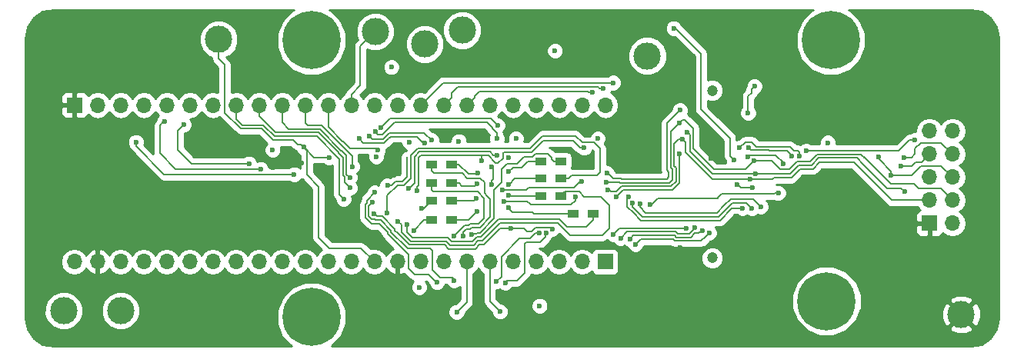
<source format=gbl>
G04 #@! TF.FileFunction,Copper,L4,Bot,Signal*
%FSLAX46Y46*%
G04 Gerber Fmt 4.6, Leading zero omitted, Abs format (unit mm)*
G04 Created by KiCad (PCBNEW 4.0.7) date 06/06/18 19:33:03*
%MOMM*%
%LPD*%
G01*
G04 APERTURE LIST*
%ADD10C,0.100000*%
%ADD11C,1.200000*%
%ADD12C,6.400000*%
%ADD13R,1.200000X0.900000*%
%ADD14C,3.000000*%
%ADD15R,1.700000X1.700000*%
%ADD16O,1.700000X1.700000*%
%ADD17C,0.600000*%
%ADD18C,0.203200*%
%ADD19C,0.254000*%
G04 APERTURE END LIST*
D10*
D11*
X88163980Y-82562920D03*
X88163980Y-64135920D03*
D12*
X101205640Y-58598740D03*
X44055640Y-58598740D03*
X100728780Y-87342980D03*
X44055640Y-89078740D03*
D13*
X59471740Y-72313800D03*
X57271740Y-72313800D03*
X59479360Y-74312780D03*
X57279360Y-74312780D03*
X59476820Y-76293980D03*
X57276820Y-76293980D03*
X59494780Y-78425040D03*
X57294780Y-78425040D03*
X72864800Y-77726540D03*
X75064800Y-77726540D03*
X69298640Y-75783440D03*
X71498640Y-75783440D03*
X69308800Y-73827640D03*
X71508800Y-73827640D03*
X69318960Y-71950580D03*
X71518960Y-71950580D03*
D14*
X56502300Y-59042300D03*
X81010760Y-60325000D03*
X33830260Y-58519060D03*
X51074320Y-57650380D03*
X60629800Y-57508140D03*
X115559840Y-88800940D03*
X16776700Y-88381840D03*
X23047960Y-88374220D03*
D15*
X112052100Y-78770480D03*
D16*
X114592100Y-78770480D03*
X112052100Y-76230480D03*
X114592100Y-76230480D03*
X112052100Y-73690480D03*
X114592100Y-73690480D03*
X112052100Y-71150480D03*
X114592100Y-71150480D03*
X112052100Y-68610480D03*
X114592100Y-68610480D03*
D15*
X17980660Y-65750000D03*
D16*
X20520660Y-65750000D03*
X23060660Y-65750000D03*
X25600660Y-65750000D03*
X28140660Y-65750000D03*
X30680660Y-65750000D03*
X33220660Y-65750000D03*
X35760660Y-65750000D03*
X38300660Y-65750000D03*
X40840660Y-65750000D03*
X43380660Y-65750000D03*
X45920660Y-65750000D03*
X48460660Y-65750000D03*
X51000660Y-65750000D03*
X53540660Y-65750000D03*
X56080660Y-65750000D03*
X58620660Y-65750000D03*
X61160660Y-65750000D03*
X63700660Y-65750000D03*
X66240660Y-65750000D03*
X68780660Y-65750000D03*
X71320660Y-65750000D03*
X73860660Y-65750000D03*
X76400660Y-65750000D03*
D15*
X76380340Y-83000000D03*
D16*
X73840340Y-83000000D03*
X71300340Y-83000000D03*
X68760340Y-83000000D03*
X66220340Y-83000000D03*
X63680340Y-83000000D03*
X61140340Y-83000000D03*
X58600340Y-83000000D03*
X56060340Y-83000000D03*
X53520340Y-83000000D03*
X50980340Y-83000000D03*
X48440340Y-83000000D03*
X45900340Y-83000000D03*
X43360340Y-83000000D03*
X40820340Y-83000000D03*
X38280340Y-83000000D03*
X35740340Y-83000000D03*
X33200340Y-83000000D03*
X30660340Y-83000000D03*
X28120340Y-83000000D03*
X25580340Y-83000000D03*
X23040340Y-83000000D03*
X20500340Y-83000000D03*
X17960340Y-83000000D03*
D17*
X58536840Y-69009260D03*
X73990436Y-71633966D03*
X80848200Y-71109840D03*
X80853280Y-69877940D03*
X80820260Y-68252340D03*
X80863440Y-66344800D03*
X90779600Y-79032100D03*
X84640420Y-81460340D03*
X88017896Y-71622304D03*
X90380820Y-66560700D03*
X90568780Y-68209160D03*
X88074406Y-69953572D03*
X64960500Y-59286140D03*
X53771800Y-89654380D03*
X49466500Y-89664540D03*
X39875460Y-90771980D03*
X35600400Y-90746580D03*
X33248600Y-90843100D03*
X30728920Y-91010740D03*
X28445220Y-90774520D03*
X25961340Y-90814920D03*
X50954940Y-72997060D03*
X94576900Y-76700380D03*
X98993960Y-66629280D03*
X39802680Y-72603360D03*
X42938700Y-72136000D03*
X53162200Y-73451720D03*
X75565000Y-69430900D03*
X70853300Y-59766200D03*
X52847980Y-61554360D03*
X66558160Y-69430900D03*
X54813300Y-69814440D03*
X69161660Y-87850980D03*
X55920640Y-85798660D03*
X60261500Y-69730620D03*
X65714880Y-71511160D03*
X51165760Y-71455280D03*
X100863400Y-69881440D03*
X39782440Y-70683120D03*
X77238860Y-63279020D03*
X80223360Y-76598780D03*
X93479620Y-76928980D03*
X76166980Y-63880620D03*
X79400400Y-76568300D03*
X92534740Y-77116940D03*
X74996040Y-64368680D03*
X78955900Y-75819000D03*
X91473020Y-77094080D03*
X47581820Y-76100940D03*
X48277780Y-74871020D03*
X48265080Y-73705720D03*
X48514000Y-72507240D03*
X83911440Y-57292240D03*
X90512977Y-71755823D03*
X90845640Y-74530840D03*
X92567760Y-74869040D03*
X51371500Y-70672960D03*
X74056240Y-70459220D03*
X62806580Y-71889620D03*
X55676800Y-75178920D03*
X45979586Y-71514206D03*
X43177460Y-70383400D03*
X60764420Y-80177640D03*
X59763660Y-80144620D03*
X56154320Y-77144880D03*
X55290720Y-79590040D03*
X54546500Y-78872080D03*
X53563520Y-78531720D03*
X52372260Y-77647800D03*
X61643314Y-80012594D03*
X52405280Y-74620120D03*
X30002480Y-67904360D03*
X37170360Y-72182480D03*
X95422720Y-75435460D03*
X81290160Y-76677520D03*
X85349080Y-68712080D03*
X76558140Y-73233280D03*
X84599780Y-66321940D03*
X54770020Y-74891900D03*
X64503300Y-71279640D03*
X92912706Y-73316106D03*
X109303820Y-75255120D03*
X76636880Y-75125580D03*
X84894420Y-69496940D03*
X69098160Y-79844690D03*
X73083420Y-75890120D03*
X65224660Y-76321920D03*
X64424560Y-85166200D03*
X59717940Y-85089620D03*
X50780328Y-76472322D03*
X92336620Y-73929240D03*
X76492100Y-74231500D03*
X84533740Y-67701160D03*
X69898260Y-79844690D03*
X73797160Y-74124820D03*
X65084581Y-75056621D03*
X57856120Y-85262720D03*
X50995580Y-75366880D03*
X65377060Y-85298280D03*
X92760800Y-71864220D03*
X77597000Y-75846940D03*
X84574380Y-71092060D03*
X92801440Y-63675260D03*
X92110560Y-66601340D03*
X70538682Y-79365250D03*
X65991740Y-79338410D03*
X50962560Y-77675740D03*
X110448980Y-69616320D03*
X98480880Y-70759320D03*
X64531240Y-67990720D03*
X106486960Y-71427340D03*
X77276960Y-79987140D03*
X85275420Y-79298800D03*
X51704240Y-68198620D03*
X107805220Y-73444100D03*
X63897270Y-72583040D03*
X63897270Y-74482960D03*
X64463040Y-69443600D03*
X92125800Y-70434200D03*
X78071980Y-80383380D03*
X86245700Y-79266810D03*
X51067775Y-68683301D03*
X96931577Y-71360920D03*
X108955840Y-72440800D03*
X57236664Y-69586992D03*
X91165680Y-70441820D03*
X79090520Y-80510380D03*
X87067266Y-79564807D03*
X50453594Y-69195926D03*
X97731580Y-71360920D03*
X109232700Y-71541640D03*
X56497220Y-69892320D03*
X92044520Y-71465440D03*
X79700120Y-81074260D03*
X87823040Y-79827120D03*
X49298860Y-69454620D03*
X95951040Y-72189340D03*
X60025280Y-88527220D03*
X64801080Y-88501220D03*
X24739600Y-69804280D03*
X42153840Y-73380600D03*
X27873960Y-67581780D03*
X38483540Y-72784080D03*
X62344300Y-73192640D03*
X62245240Y-74437240D03*
X62199520Y-76029820D03*
X62285880Y-77477840D03*
X65758060Y-77043280D03*
X65758060Y-75661520D03*
X65709800Y-74455020D03*
X65747900Y-73093580D03*
D18*
X77238860Y-63279020D02*
X58551640Y-63279020D01*
X58551640Y-63279020D02*
X56080660Y-65750000D01*
X80205580Y-76982320D02*
X80205580Y-76616560D01*
X80205580Y-76616560D02*
X80223360Y-76598780D01*
X80820260Y-77597000D02*
X80205580Y-76982320D01*
X80822800Y-77597000D02*
X80820260Y-77597000D01*
X85778340Y-77597000D02*
X80822800Y-77597000D01*
X88681572Y-77597000D02*
X85778340Y-77597000D01*
X89476591Y-76801981D02*
X88681572Y-77597000D01*
X89476591Y-76801980D02*
X89476591Y-76801981D01*
X92077294Y-76089269D02*
X90189302Y-76089269D01*
X90189302Y-76089269D02*
X89476591Y-76801980D01*
X93479620Y-76928980D02*
X92639910Y-76089270D01*
X92639910Y-76089270D02*
X92077294Y-76089269D01*
X75623716Y-63761620D02*
X60164980Y-63761620D01*
X58620660Y-65750000D02*
X59470659Y-64900001D01*
X59470659Y-64900001D02*
X59470659Y-64455941D01*
X59470659Y-64455941D02*
X60164980Y-63761620D01*
X76166980Y-63880620D02*
X75742716Y-63880620D01*
X75742716Y-63880620D02*
X75623716Y-63761620D01*
X79408020Y-76962000D02*
X79408020Y-76575920D01*
X79408020Y-76575920D02*
X79400400Y-76568300D01*
X80121760Y-77675740D02*
X79408020Y-76962000D01*
X80478010Y-78031990D02*
X80121760Y-77675740D01*
X88816806Y-78031990D02*
X80478010Y-78031990D01*
X90356317Y-76492479D02*
X88816806Y-78031990D01*
X92534740Y-77116940D02*
X91910279Y-76492479D01*
X91910279Y-76492479D02*
X90356317Y-76492479D01*
X62552580Y-64211200D02*
X72143620Y-64211200D01*
X72143620Y-64211200D02*
X72174100Y-64241680D01*
X72174100Y-64241680D02*
X74444776Y-64241680D01*
X62010659Y-64753121D02*
X62552580Y-64211200D01*
X61160660Y-65750000D02*
X62010659Y-64900001D01*
X62010659Y-64900001D02*
X62010659Y-64753121D01*
X74996040Y-64368680D02*
X74571776Y-64368680D01*
X74571776Y-64368680D02*
X74444776Y-64241680D01*
X78798799Y-75976101D02*
X78955900Y-75819000D01*
X79507080Y-77668120D02*
X79507080Y-77631284D01*
X79507080Y-77631284D02*
X78798799Y-76923003D01*
X78798799Y-76923003D02*
X78798799Y-75976101D01*
X80274160Y-78435200D02*
X79507080Y-77668120D01*
X88983820Y-78435200D02*
X80274160Y-78435200D01*
X90324940Y-77094080D02*
X88983820Y-78435200D01*
X91473020Y-77094080D02*
X90324940Y-77094080D01*
X47581820Y-76100940D02*
X47105979Y-75625099D01*
X47105979Y-75625099D02*
X47105979Y-71662688D01*
X47105979Y-71662688D02*
X44623321Y-69180030D01*
X44623321Y-69180030D02*
X39958384Y-69180030D01*
X35760660Y-67271900D02*
X35760660Y-65750000D01*
X39958384Y-69180030D02*
X38718274Y-67939920D01*
X38718274Y-67939920D02*
X36428680Y-67939920D01*
X36428680Y-67939920D02*
X35760660Y-67271900D01*
X44790336Y-68776820D02*
X40673020Y-68776820D01*
X38300660Y-65750000D02*
X38300660Y-66952081D01*
X38300660Y-66952081D02*
X40125399Y-68776820D01*
X40125399Y-68776820D02*
X40673020Y-68776820D01*
X46910635Y-70897119D02*
X44790336Y-68776820D01*
X47146830Y-71133315D02*
X46910635Y-70897119D01*
X47509189Y-73520054D02*
X47509189Y-71495674D01*
X47509189Y-71495674D02*
X47146830Y-71133315D01*
X48277780Y-74871020D02*
X47663479Y-74256719D01*
X47663479Y-74256719D02*
X47663479Y-73674344D01*
X47663479Y-73674344D02*
X47509189Y-73520054D01*
X48265080Y-73705720D02*
X47912399Y-73353039D01*
X47313845Y-70730105D02*
X44957350Y-68373610D01*
X47912399Y-73353039D02*
X47912399Y-71308328D01*
X44957350Y-68373610D02*
X41551210Y-68373610D01*
X47912399Y-71308328D02*
X47334177Y-70730105D01*
X47334177Y-70730105D02*
X47313845Y-70730105D01*
X41551210Y-68373610D02*
X40840660Y-67663060D01*
X40840660Y-67663060D02*
X40840660Y-65750000D01*
X48514000Y-72507240D02*
X48514000Y-71339705D01*
X48514000Y-71339705D02*
X45144696Y-67970400D01*
X45144696Y-67970400D02*
X43654980Y-67970400D01*
X43654980Y-67970400D02*
X43380660Y-67696080D01*
X43380660Y-67696080D02*
X43380660Y-65750000D01*
X84140040Y-57284620D02*
X83919060Y-57284620D01*
X83919060Y-57284620D02*
X83911440Y-57292240D01*
X86941660Y-60086240D02*
X84140040Y-57284620D01*
X86941660Y-63383076D02*
X86941660Y-60086240D01*
X90093800Y-69375020D02*
X90093800Y-70700900D01*
X90093800Y-70700900D02*
X90093800Y-71336646D01*
X90093800Y-71336646D02*
X90512977Y-71755823D01*
X91272360Y-74869040D02*
X90934160Y-74530840D01*
X90934160Y-74530840D02*
X90845640Y-74530840D01*
X92143496Y-74869040D02*
X91272360Y-74869040D01*
X86941660Y-66222880D02*
X90093800Y-69375020D01*
X86941660Y-63383076D02*
X86941660Y-66222880D01*
X92567760Y-74869040D02*
X92143496Y-74869040D01*
X51183540Y-70495160D02*
X51361340Y-70672960D01*
X51361340Y-70672960D02*
X51371500Y-70672960D01*
X48257460Y-70495160D02*
X51183540Y-70495160D01*
X47505620Y-69743320D02*
X48257460Y-70495160D01*
X47487840Y-69743320D02*
X47505620Y-69743320D01*
X47487840Y-69743320D02*
X45920660Y-68176140D01*
X45920660Y-68176140D02*
X45920660Y-65750000D01*
X49438560Y-63570019D02*
X49438560Y-59286140D01*
X49438560Y-59286140D02*
X51074320Y-57650380D01*
X48460660Y-65750000D02*
X48460660Y-64547919D01*
X48460660Y-64547919D02*
X49438560Y-63570019D01*
X74056240Y-70459220D02*
X73631976Y-70459220D01*
X73631976Y-70459220D02*
X72850036Y-69677280D01*
X72850036Y-69677280D02*
X69528614Y-69677280D01*
X69528614Y-69677280D02*
X68296335Y-70909559D01*
X68296335Y-70909559D02*
X65239521Y-70909559D01*
X65239521Y-70909559D02*
X65109981Y-71039099D01*
X64589660Y-72108060D02*
X64337232Y-72108060D01*
X65109981Y-71039099D02*
X65104901Y-71039099D01*
X65104901Y-71039099D02*
X65104901Y-71592819D01*
X63529512Y-71300340D02*
X62839600Y-71300340D01*
X65104901Y-71592819D02*
X64589660Y-72108060D01*
X64337232Y-72108060D02*
X63529512Y-71300340D01*
X56085740Y-71300340D02*
X62839600Y-71300340D01*
X62806580Y-71889620D02*
X62806580Y-71333360D01*
X62806580Y-71333360D02*
X62839600Y-71300340D01*
X55676800Y-75178920D02*
X55676800Y-74754656D01*
X55676800Y-74754656D02*
X55846980Y-74584476D01*
X55846980Y-74584476D02*
X55846980Y-71539100D01*
X55846980Y-71539100D02*
X56085740Y-71300340D01*
X43177460Y-70383400D02*
X42877461Y-70083401D01*
X34503360Y-66584825D02*
X34503360Y-61313480D01*
X42877461Y-70083401D02*
X42524401Y-70083401D01*
X42524401Y-70083401D02*
X42024240Y-69583240D01*
X42024240Y-69583240D02*
X39791369Y-69583240D01*
X39791369Y-69583240D02*
X38551260Y-68343130D01*
X34503360Y-61313480D02*
X33830260Y-60640380D01*
X38551260Y-68343130D02*
X36261665Y-68343130D01*
X36261665Y-68343130D02*
X34503360Y-66584825D01*
X33830260Y-60640380D02*
X33830260Y-58519060D01*
X45979586Y-71514206D02*
X44308266Y-71514206D01*
X44308266Y-71514206D02*
X43177460Y-70383400D01*
X43540301Y-70776721D02*
X43177460Y-70413880D01*
X43177460Y-70413880D02*
X43177460Y-70383400D01*
X44840881Y-74723981D02*
X43540301Y-73423401D01*
X43540301Y-73423401D02*
X43540301Y-70776721D01*
X44840881Y-80347541D02*
X44840881Y-74723981D01*
X46014640Y-81521300D02*
X49501640Y-81521300D01*
X49501640Y-81521300D02*
X50980340Y-83000000D01*
X44840881Y-80347541D02*
X46014640Y-81521300D01*
X61686439Y-79209901D02*
X61485347Y-79410993D01*
X61106803Y-79410993D02*
X60764420Y-79753376D01*
X61485347Y-79410993D02*
X61106803Y-79410993D01*
X60764420Y-79753376D02*
X60764420Y-80177640D01*
X62605920Y-79209901D02*
X61686439Y-79209901D01*
X63741950Y-78073871D02*
X62605920Y-79209901D01*
X63741950Y-76111750D02*
X63741950Y-78073871D01*
X63359650Y-75729355D02*
X63359650Y-75729450D01*
X63359650Y-75729450D02*
X63741950Y-76111750D01*
X62633069Y-73794241D02*
X63085980Y-74247152D01*
X63085980Y-74247152D02*
X63085980Y-75455686D01*
X63085980Y-75455686D02*
X63359650Y-75729355D01*
X62633069Y-73794241D02*
X61185156Y-73794241D01*
X61185156Y-73794241D02*
X60652136Y-73261220D01*
X60652136Y-73261220D02*
X57565960Y-73261220D01*
X57565960Y-73261220D02*
X57271740Y-72967000D01*
X57271740Y-72967000D02*
X57271740Y-72313800D01*
X59763660Y-80144620D02*
X60063659Y-79844621D01*
X60063659Y-79844621D02*
X60102950Y-79844621D01*
X60102950Y-79844621D02*
X60939788Y-79007783D01*
X60939788Y-79007783D02*
X61318332Y-79007783D01*
X61318332Y-79007783D02*
X61519424Y-78806691D01*
X63058040Y-75997970D02*
X62327890Y-75267820D01*
X61519424Y-78806691D02*
X62438906Y-78806691D01*
X62438906Y-78806691D02*
X63058040Y-78187557D01*
X63058040Y-78187557D02*
X63058040Y-75997970D01*
X62327890Y-75267820D02*
X57442100Y-75267820D01*
X57442100Y-75267820D02*
X57279360Y-75105080D01*
X57279360Y-75105080D02*
X57279360Y-74312780D01*
X56154320Y-77144880D02*
X56425920Y-77144880D01*
X56425920Y-77144880D02*
X57276820Y-76293980D01*
X57294780Y-78425040D02*
X56455720Y-78425040D01*
X56455720Y-78425040D02*
X55290720Y-79590040D01*
X72134724Y-79143860D02*
X74183240Y-79143860D01*
X75064800Y-77726540D02*
X75064800Y-78379740D01*
X75064800Y-78379740D02*
X74300680Y-79143860D01*
X74300680Y-79143860D02*
X74183240Y-79143860D01*
X71587499Y-78596635D02*
X72134724Y-79143860D01*
X69816980Y-78333600D02*
X71324465Y-78333600D01*
X71324465Y-78333600D02*
X71587499Y-78596635D01*
X64622669Y-78333600D02*
X69816980Y-78333600D01*
X54546500Y-78872080D02*
X54546500Y-79736190D01*
X54546500Y-79736190D02*
X55127650Y-80317340D01*
X59046010Y-80317340D02*
X59507911Y-80779241D01*
X55127650Y-80317340D02*
X59046010Y-80317340D01*
X59507911Y-80779241D02*
X61727459Y-80779241D01*
X61727459Y-80779241D02*
X62225849Y-80280851D01*
X62225849Y-80280851D02*
X62675419Y-80280851D01*
X62675419Y-80280851D02*
X63169800Y-79786469D01*
X63169800Y-79786469D02*
X64622669Y-78333600D01*
X71184289Y-78763649D02*
X70533260Y-78763649D01*
X70533260Y-78763649D02*
X70249913Y-78763649D01*
X53563520Y-78531720D02*
X53944899Y-78913099D01*
X53944899Y-78913099D02*
X53944899Y-79704814D01*
X53944899Y-79704814D02*
X54960635Y-80720550D01*
X62842434Y-80684061D02*
X64789683Y-78736810D01*
X54960635Y-80720550D02*
X58878996Y-80720550D01*
X58878996Y-80720550D02*
X59340896Y-81182451D01*
X59340896Y-81182451D02*
X61894474Y-81182451D01*
X61894474Y-81182451D02*
X62392863Y-80684061D01*
X62392863Y-80684061D02*
X62842434Y-80684061D01*
X64789683Y-78736810D02*
X70506421Y-78736810D01*
X70506421Y-78736810D02*
X70533260Y-78763649D01*
X72496680Y-80076040D02*
X71184289Y-78763649D01*
X76042520Y-80076040D02*
X72496680Y-80076040D01*
X76812140Y-79306420D02*
X76042520Y-80076040D01*
X76812140Y-76766420D02*
X76812140Y-79306420D01*
X75902820Y-75857100D02*
X76812140Y-76766420D01*
X74058780Y-75857100D02*
X75902820Y-75857100D01*
X71498640Y-75783440D02*
X71498640Y-75696900D01*
X71498640Y-75696900D02*
X71907021Y-75288519D01*
X71907021Y-75288519D02*
X73490199Y-75288519D01*
X73490199Y-75288519D02*
X74058780Y-75857100D01*
X53505750Y-74558510D02*
X52372260Y-75692000D01*
X71508800Y-73827640D02*
X72312000Y-73827640D01*
X73119359Y-69139179D02*
X69473753Y-69139179D01*
X72312000Y-73827640D02*
X72682840Y-73456800D01*
X72682840Y-73456800D02*
X75504040Y-73456800D01*
X75504040Y-73456800D02*
X75798680Y-73162160D01*
X75140820Y-69857620D02*
X73837800Y-69857620D01*
X54197895Y-74558510D02*
X53505750Y-74558510D01*
X75798680Y-73162160D02*
X75798680Y-70515480D01*
X69473753Y-69139179D02*
X68119012Y-70493920D01*
X75798680Y-70515480D02*
X75140820Y-69857620D01*
X73837800Y-69857620D02*
X73119359Y-69139179D01*
X68119012Y-70493920D02*
X55751710Y-70493920D01*
X55751710Y-70493920D02*
X54975110Y-71270520D01*
X54975110Y-71270520D02*
X54975110Y-73781295D01*
X54975110Y-73781295D02*
X54197895Y-74558510D01*
X52372260Y-75692000D02*
X52372260Y-77647800D01*
X61846739Y-79877641D02*
X61711786Y-80012594D01*
X61711786Y-80012594D02*
X61643314Y-80012594D01*
X62594485Y-79791560D02*
X62275720Y-79791560D01*
X62275720Y-79791560D02*
X62189639Y-79877641D01*
X62189639Y-79877641D02*
X61846739Y-79877641D01*
X64145160Y-78240885D02*
X62594485Y-79791560D01*
X64145160Y-75105672D02*
X64145160Y-78240885D01*
X64973200Y-72837040D02*
X64973200Y-74277632D01*
X64973200Y-74277632D02*
X64145160Y-75105672D01*
X65592310Y-72217930D02*
X64973200Y-72837040D01*
X67403980Y-71452740D02*
X66638790Y-72217930D01*
X66638790Y-72217930D02*
X65592310Y-72217930D01*
X68323379Y-71452740D02*
X67403980Y-71452740D01*
X70073642Y-71112380D02*
X68663739Y-71112380D01*
X68663739Y-71112380D02*
X68323379Y-71452740D01*
X70485000Y-71719820D02*
X70485000Y-71523738D01*
X70485000Y-71523738D02*
X70073642Y-71112380D01*
X71518960Y-71950580D02*
X70715760Y-71950580D01*
X70715760Y-71950580D02*
X70485000Y-71719820D01*
X71368960Y-71950580D02*
X71518960Y-71950580D01*
X54571900Y-73614280D02*
X54571900Y-71447660D01*
X54030880Y-74155300D02*
X54571900Y-73614280D01*
X53294364Y-74155300D02*
X54030880Y-74155300D01*
X52405280Y-74620120D02*
X52829544Y-74620120D01*
X52829544Y-74620120D02*
X53294364Y-74155300D01*
X29319220Y-68552060D02*
X29966920Y-67904360D01*
X29966920Y-67904360D02*
X30002480Y-67904360D01*
X29319220Y-70688200D02*
X29319220Y-68552060D01*
X30813500Y-72182480D02*
X29319220Y-70688200D01*
X37170360Y-72182480D02*
X30813500Y-72182480D01*
X94927336Y-75506580D02*
X89202344Y-75506580D01*
X89202344Y-75506580D02*
X88674024Y-76034900D01*
X95422720Y-75435460D02*
X94998456Y-75435460D01*
X94998456Y-75435460D02*
X94927336Y-75506580D01*
X88755220Y-76034900D02*
X88552020Y-76034900D01*
X88674024Y-76034900D02*
X88552020Y-76034900D01*
X88552020Y-76034900D02*
X82161380Y-76034900D01*
X82161380Y-76034900D02*
X81518760Y-76677520D01*
X81518760Y-76677520D02*
X81290160Y-76677520D01*
X85689440Y-69014340D02*
X85387180Y-68712080D01*
X85387180Y-68712080D02*
X85349080Y-68712080D01*
X85689440Y-69265800D02*
X85689440Y-69014340D01*
X77272530Y-73853690D02*
X76652120Y-73233280D01*
X76652120Y-73233280D02*
X76558140Y-73233280D01*
X78139885Y-73853690D02*
X77272530Y-73853690D01*
X83142410Y-73890550D02*
X78176745Y-73890550D01*
X78176745Y-73890550D02*
X78139885Y-73853690D01*
X83364750Y-73103150D02*
X83364750Y-73668210D01*
X83364750Y-73668210D02*
X83142410Y-73890550D01*
X83166359Y-72808229D02*
X83166359Y-72904759D01*
X83166359Y-72904759D02*
X83364750Y-73103150D01*
X83166359Y-68498316D02*
X83166359Y-72808229D01*
X84599780Y-66321940D02*
X83166360Y-67755360D01*
X83166360Y-67755360D02*
X83166359Y-68498316D01*
X54770020Y-74891900D02*
X54780180Y-74891900D01*
X54780180Y-74891900D02*
X55378320Y-74293760D01*
X55378320Y-74293760D02*
X55378320Y-71437535D01*
X64079036Y-71279640D02*
X64503300Y-71279640D01*
X55378320Y-71437535D02*
X55918725Y-70897130D01*
X55918725Y-70897130D02*
X63696526Y-70897130D01*
X63696526Y-70897130D02*
X64079036Y-71279640D01*
X85689440Y-70844416D02*
X85689440Y-69265800D01*
X88161130Y-73316106D02*
X85689440Y-70844416D01*
X92912706Y-73316106D02*
X88161130Y-73316106D01*
X104696260Y-72202040D02*
X104797860Y-72303640D01*
X92912706Y-73316106D02*
X96692438Y-73316106D01*
X104797860Y-72303640D02*
X107383580Y-74889360D01*
X96692438Y-73316106D02*
X97642813Y-72365731D01*
X97642813Y-72365731D02*
X99060134Y-72365731D01*
X99060134Y-72365731D02*
X99860124Y-71565740D01*
X99860124Y-71565740D02*
X104059960Y-71565740D01*
X104059960Y-71565740D02*
X104797860Y-72303640D01*
X107383580Y-74889360D02*
X108938060Y-74889360D01*
X108938060Y-74889360D02*
X109303820Y-75255120D01*
X77008099Y-75245339D02*
X76888340Y-75125580D01*
X76888340Y-75125580D02*
X76636880Y-75125580D01*
X78176745Y-74696970D02*
X77628376Y-75245339D01*
X77628376Y-75245339D02*
X77008099Y-75245339D01*
X84171170Y-74130526D02*
X83604726Y-74696970D01*
X83604726Y-74696970D02*
X78176745Y-74696970D01*
X84171170Y-72672590D02*
X84171170Y-74130526D01*
X84894420Y-69496940D02*
X84470156Y-69496940D01*
X84470156Y-69496940D02*
X83972779Y-69994317D01*
X83972779Y-69994317D02*
X83972779Y-72474199D01*
X83972779Y-72474199D02*
X84171170Y-72672590D01*
X85194419Y-70919619D02*
X88204040Y-73929240D01*
X88204040Y-73929240D02*
X92336620Y-73929240D01*
X84894420Y-69496940D02*
X85194419Y-69796939D01*
X85194419Y-69796939D02*
X85194419Y-70919619D01*
X64937640Y-84653120D02*
X64937640Y-82415380D01*
X68104076Y-80414510D02*
X66938510Y-80414510D01*
X66938510Y-80414510D02*
X64937640Y-82415380D01*
X69098160Y-79844690D02*
X68673896Y-79844690D01*
X68673896Y-79844690D02*
X68104076Y-80414510D01*
X73083420Y-76258420D02*
X73083420Y-75890120D01*
X72605900Y-76735940D02*
X73083420Y-76258420D01*
X68196460Y-76735940D02*
X72605900Y-76735940D01*
X68110100Y-76649580D02*
X68196460Y-76735940D01*
X68099940Y-76649580D02*
X68110100Y-76649580D01*
X67772280Y-76321920D02*
X68099940Y-76649580D01*
X65224660Y-76321920D02*
X67772280Y-76321920D01*
X64424560Y-85166200D02*
X64937640Y-84653120D01*
X59583320Y-84777580D02*
X59717940Y-84912200D01*
X59717940Y-84912200D02*
X59717940Y-85089620D01*
X58239660Y-84777580D02*
X59583320Y-84777580D01*
X57345580Y-83883500D02*
X58239660Y-84777580D01*
X57345580Y-81782920D02*
X57345580Y-83883500D01*
X57089630Y-81526970D02*
X57345580Y-81782920D01*
X54626605Y-81526970D02*
X57089630Y-81526970D01*
X52819950Y-79738870D02*
X54460140Y-81379060D01*
X54460140Y-81379060D02*
X54478695Y-81379060D01*
X54478695Y-81379060D02*
X54626605Y-81526970D01*
X51690276Y-78409800D02*
X52819950Y-79539474D01*
X52819950Y-79539474D02*
X52819950Y-79738870D01*
X50673791Y-78277341D02*
X50993936Y-78277341D01*
X51126395Y-78409800D02*
X51690276Y-78409800D01*
X50993936Y-78277341D02*
X51126395Y-78409800D01*
X50780328Y-76472322D02*
X50360959Y-76891691D01*
X50360959Y-76891691D02*
X50360959Y-77964509D01*
X50360959Y-77964509D02*
X50673791Y-78277341D01*
X92336620Y-73929240D02*
X94767400Y-73929240D01*
X94767400Y-73929240D02*
X94977324Y-73719316D01*
X94977324Y-73719316D02*
X96859453Y-73719316D01*
X103729783Y-72071223D02*
X107889040Y-76230480D01*
X96859453Y-73719316D02*
X97809828Y-72768941D01*
X97809828Y-72768941D02*
X99227149Y-72768941D01*
X99227149Y-72768941D02*
X99924865Y-72071223D01*
X99924865Y-72071223D02*
X103729783Y-72071223D01*
X107889040Y-76230480D02*
X112052100Y-76230480D01*
X86092650Y-70547850D02*
X86092650Y-69212460D01*
X86092650Y-69212460D02*
X86092650Y-69098785D01*
X85153221Y-67401161D02*
X86092650Y-68340590D01*
X86092650Y-68340590D02*
X86092650Y-69212460D01*
X84533740Y-67701160D02*
X84833739Y-67401161D01*
X84833739Y-67401161D02*
X85153221Y-67401161D01*
X77972870Y-74256900D02*
X76517500Y-74256900D01*
X76517500Y-74256900D02*
X76492100Y-74231500D01*
X83437712Y-74293760D02*
X78009730Y-74293760D01*
X78009730Y-74293760D02*
X77972870Y-74256900D01*
X83767960Y-73963512D02*
X83437712Y-74293760D01*
X83767960Y-72839605D02*
X83767960Y-73963512D01*
X83569569Y-69827302D02*
X83569569Y-72641214D01*
X83569569Y-72641214D02*
X83767960Y-72839605D01*
X84533740Y-67701160D02*
X83569569Y-68665331D01*
X83569569Y-68665331D02*
X83569569Y-69827302D01*
X88364060Y-72819260D02*
X86092650Y-70547850D01*
X91805760Y-72819260D02*
X88364060Y-72819260D01*
X92760800Y-71864220D02*
X91805760Y-72819260D01*
X69827140Y-80238600D02*
X69827140Y-79915810D01*
X69827140Y-79915810D02*
X69898260Y-79844690D01*
X69248020Y-80817720D02*
X69827140Y-80238600D01*
X67663060Y-80817720D02*
X69248020Y-80817720D01*
X67495420Y-80985360D02*
X67663060Y-80817720D01*
X67495420Y-81051484D02*
X67495420Y-80985360D01*
X72908160Y-74808080D02*
X73591420Y-74124820D01*
X73591420Y-74124820D02*
X73797160Y-74124820D01*
X72121242Y-74808080D02*
X72908160Y-74808080D01*
X67960240Y-74808080D02*
X72121242Y-74808080D01*
X67711699Y-75056621D02*
X67960240Y-74808080D01*
X65084581Y-75056621D02*
X67711699Y-75056621D01*
X56959500Y-84429600D02*
X57792620Y-85262720D01*
X57792620Y-85262720D02*
X57856120Y-85262720D01*
X55441950Y-84429600D02*
X56959500Y-84429600D01*
X54749700Y-82238844D02*
X54749700Y-83737350D01*
X54749700Y-83737350D02*
X55441950Y-84429600D01*
X53983896Y-81473040D02*
X54749700Y-82238844D01*
X51523262Y-78813010D02*
X52416740Y-79706488D01*
X52416740Y-79905885D02*
X53983896Y-81473040D01*
X52416740Y-79706488D02*
X52416740Y-79905885D01*
X50959380Y-78813010D02*
X51523262Y-78813010D01*
X49957749Y-76724676D02*
X49957749Y-78131524D01*
X49957749Y-78131524D02*
X50639235Y-78813010D01*
X50639235Y-78813010D02*
X50959380Y-78813010D01*
X50995580Y-75366880D02*
X50129440Y-76233020D01*
X50129440Y-76233020D02*
X50129440Y-76552985D01*
X50129440Y-76552985D02*
X49957749Y-76724676D01*
X65570100Y-85097620D02*
X65377060Y-85290660D01*
X65377060Y-85290660D02*
X65377060Y-85298280D01*
X66649600Y-85097620D02*
X65570100Y-85097620D01*
X67495420Y-84251800D02*
X66649600Y-85097620D01*
X67495420Y-81051484D02*
X67495420Y-84251800D01*
X104884220Y-71498460D02*
X104998520Y-71612760D01*
X104998520Y-71612760D02*
X107789980Y-74404220D01*
X98893119Y-71962521D02*
X99693110Y-71162530D01*
X99693110Y-71162530D02*
X104548290Y-71162530D01*
X104548290Y-71162530D02*
X104998520Y-71612760D01*
X97475799Y-71962521D02*
X98893119Y-71962521D01*
X92760800Y-71864220D02*
X94735550Y-71864220D01*
X94735550Y-71864220D02*
X95662271Y-72790941D01*
X95662271Y-72790941D02*
X96647379Y-72790941D01*
X96647379Y-72790941D02*
X97475799Y-71962521D01*
X110863380Y-74947780D02*
X113309400Y-74947780D01*
X113309400Y-74947780D02*
X114592100Y-76230480D01*
X110319820Y-74404220D02*
X110863380Y-74947780D01*
X107789980Y-74404220D02*
X110319820Y-74404220D01*
X78343760Y-75100180D02*
X77597000Y-75846940D01*
X83771740Y-75100180D02*
X78343760Y-75100180D01*
X84574380Y-74297540D02*
X83771740Y-75100180D01*
X84574380Y-71092060D02*
X84574380Y-74297540D01*
X92110560Y-66601340D02*
X92110560Y-64790320D01*
X92801440Y-63675260D02*
X92501441Y-63975259D01*
X92501441Y-63975259D02*
X92501441Y-64399439D01*
X92501441Y-64399439D02*
X92110560Y-64790320D01*
X70414049Y-79243089D02*
X70536210Y-79365250D01*
X70536210Y-79365250D02*
X70538682Y-79365250D01*
X69545369Y-79243089D02*
X70414049Y-79243089D01*
X68479381Y-79468980D02*
X68705272Y-79243089D01*
X68705272Y-79243089D02*
X69545369Y-79243089D01*
X67762120Y-79649320D02*
X68299041Y-79649320D01*
X68299041Y-79649320D02*
X68479381Y-79468980D01*
X67451210Y-79338410D02*
X67762120Y-79649320D01*
X65991740Y-79338410D02*
X67451210Y-79338410D01*
X64820800Y-79283560D02*
X65936890Y-79283560D01*
X65936890Y-79283560D02*
X65991740Y-79338410D01*
X63371742Y-80732618D02*
X64820800Y-79283560D01*
X63364100Y-80732618D02*
X63371742Y-80732618D01*
X62544955Y-81102193D02*
X62994527Y-81102193D01*
X62994527Y-81102193D02*
X63364100Y-80732618D01*
X61684761Y-81585661D02*
X62061489Y-81585661D01*
X62061489Y-81585661D02*
X62544955Y-81102193D01*
X59173881Y-81585661D02*
X61684761Y-81585661D01*
X54793620Y-81123760D02*
X58711982Y-81123760D01*
X58711982Y-81123760D02*
X59173881Y-81585661D01*
X53541690Y-79871829D02*
X54793620Y-81123760D01*
X53223160Y-79372460D02*
X53223160Y-79553299D01*
X53223160Y-79553299D02*
X53541690Y-79871829D01*
X51826439Y-77975739D02*
X53223160Y-79372460D01*
X50962560Y-77675740D02*
X51262559Y-77975739D01*
X51262559Y-77975739D02*
X51826439Y-77975739D01*
X109852460Y-69588380D02*
X110421040Y-69588380D01*
X110421040Y-69588380D02*
X110448980Y-69616320D01*
X108681520Y-70759320D02*
X109852460Y-69588380D01*
X104681020Y-70759320D02*
X104830880Y-70759320D01*
X98480880Y-70759320D02*
X104681020Y-70759320D01*
X104681020Y-70759320D02*
X108681520Y-70759320D01*
X63797180Y-67226180D02*
X64531240Y-67960240D01*
X64531240Y-67960240D02*
X64531240Y-67990720D01*
X60937140Y-67226180D02*
X63797180Y-67226180D01*
X106527600Y-71742216D02*
X106527600Y-71467980D01*
X106527600Y-71467980D02*
X106486960Y-71427340D01*
X107805220Y-73444100D02*
X107805220Y-73019836D01*
X107805220Y-73019836D02*
X106527600Y-71742216D01*
X77970380Y-79298800D02*
X77282040Y-79987140D01*
X77282040Y-79987140D02*
X77276960Y-79987140D01*
X85275420Y-79298800D02*
X77970380Y-79298800D01*
X52676680Y-67226180D02*
X60937140Y-67226180D01*
X51704240Y-68198620D02*
X52676680Y-67226180D01*
X111140240Y-72443340D02*
X113344960Y-72443340D01*
X113344960Y-72443340D02*
X114592100Y-73690480D01*
X110139480Y-73444100D02*
X111140240Y-72443340D01*
X107805220Y-73444100D02*
X110139480Y-73444100D01*
X64071500Y-73884466D02*
X64071500Y-72757270D01*
X64071500Y-72757270D02*
X63897270Y-72583040D01*
X63897270Y-74482960D02*
X63897270Y-74058696D01*
X63897270Y-74058696D02*
X64071500Y-73884466D01*
X64482980Y-68834000D02*
X64482980Y-69423660D01*
X64482980Y-69423660D02*
X64463040Y-69443600D01*
X63929639Y-68280659D02*
X64482980Y-68834000D01*
X63341870Y-67629390D02*
X63929639Y-68217159D01*
X63929639Y-68217159D02*
X63929639Y-68280659D01*
X60770126Y-67629390D02*
X63341870Y-67629390D01*
X92415360Y-70723760D02*
X92125800Y-70434200D01*
X94416882Y-70723760D02*
X92415360Y-70723760D01*
X94452441Y-70759319D02*
X94416882Y-70723760D01*
X96931577Y-71360920D02*
X96931577Y-71275827D01*
X96931577Y-71275827D02*
X96415069Y-70759319D01*
X96415069Y-70759319D02*
X94452441Y-70759319D01*
X78071980Y-80383380D02*
X78753350Y-79702010D01*
X84152090Y-79702010D02*
X84350481Y-79900401D01*
X78753350Y-79702010D02*
X84152090Y-79702010D01*
X84350481Y-79900401D02*
X85641559Y-79900401D01*
X85641559Y-79900401D02*
X86245700Y-79296260D01*
X86245700Y-79296260D02*
X86245700Y-79266810D01*
X53195870Y-67629390D02*
X60770126Y-67629390D01*
X51841960Y-68983300D02*
X53195870Y-67629390D01*
X51067775Y-68683301D02*
X51367774Y-68983300D01*
X51367774Y-68983300D02*
X51841960Y-68983300D01*
X108955840Y-72440800D02*
X110093760Y-72440800D01*
X112052100Y-71150480D02*
X111202101Y-72000479D01*
X111202101Y-72000479D02*
X110534081Y-72000479D01*
X110534081Y-72000479D02*
X110093760Y-72440800D01*
X56452529Y-68809629D02*
X57229892Y-69586992D01*
X57229892Y-69586992D02*
X57236664Y-69586992D01*
X52590946Y-68809629D02*
X56452529Y-68809629D01*
X52008975Y-69386510D02*
X52014065Y-69386510D01*
X52014065Y-69386510D02*
X52590946Y-68809629D01*
X96746710Y-70320550D02*
X97185479Y-70759319D01*
X97185479Y-70759319D02*
X97554243Y-70759319D01*
X97554243Y-70759319D02*
X97731580Y-70936656D01*
X97731580Y-70936656D02*
X97731580Y-71360920D01*
X92489020Y-69804280D02*
X93005290Y-70320550D01*
X93005290Y-70320550D02*
X96746710Y-70320550D01*
X91803220Y-69804280D02*
X92489020Y-69804280D01*
X91165680Y-70441820D02*
X91803220Y-69804280D01*
X79495680Y-80105220D02*
X79090520Y-80510380D01*
X83985075Y-80105220D02*
X79495680Y-80105220D01*
X84183466Y-80303611D02*
X83985075Y-80105220D01*
X85808574Y-80303611D02*
X84183466Y-80303611D01*
X86664150Y-79868410D02*
X86243774Y-79868410D01*
X86243774Y-79868410D02*
X85808574Y-80303611D01*
X86664150Y-79868410D02*
X86967753Y-79564807D01*
X86967753Y-79564807D02*
X87067266Y-79564807D01*
X50453594Y-69195926D02*
X50753593Y-69495925D01*
X50753593Y-69495925D02*
X51899560Y-69495925D01*
X51899560Y-69495925D02*
X52008975Y-69386510D01*
X111145320Y-69890640D02*
X113332260Y-69890640D01*
X113332260Y-69890640D02*
X114592100Y-71150480D01*
X110479840Y-70556120D02*
X111145320Y-69890640D01*
X110479840Y-71142860D02*
X110479840Y-70556120D01*
X110081060Y-71541640D02*
X110479840Y-71142860D01*
X109232700Y-71541640D02*
X110081060Y-71541640D01*
X56333902Y-69888100D02*
X56493000Y-69888100D01*
X56493000Y-69888100D02*
X56497220Y-69892320D01*
X55658641Y-69212839D02*
X56333902Y-69888100D01*
X52537360Y-69433440D02*
X52757961Y-69212839D01*
X52757961Y-69212839D02*
X55658641Y-69212839D01*
X52537360Y-69443600D02*
X52537360Y-69433440D01*
X92044520Y-71465440D02*
X92247341Y-71262619D01*
X92247341Y-71262619D02*
X95137629Y-71262619D01*
X95137629Y-71262619D02*
X95951040Y-72076030D01*
X95951040Y-72076030D02*
X95951040Y-72189340D01*
X84016451Y-80706821D02*
X86943339Y-80706821D01*
X86943339Y-80706821D02*
X87378540Y-80271620D01*
X80265950Y-80508430D02*
X83818060Y-80508430D01*
X83818060Y-80508430D02*
X84016451Y-80706821D01*
X79700120Y-81074260D02*
X80265950Y-80508430D01*
X87378540Y-80271620D02*
X87823040Y-79827120D01*
X52049680Y-69931280D02*
X52537360Y-69443600D01*
X52537360Y-69443600D02*
X52555140Y-69443600D01*
X49775520Y-69931280D02*
X52049680Y-69931280D01*
X49298860Y-69454620D02*
X49775520Y-69931280D01*
X61140340Y-83000000D02*
X61140340Y-87412160D01*
X61140340Y-87412160D02*
X60025280Y-88527220D01*
X63680340Y-83000000D02*
X63680340Y-87380480D01*
X63680340Y-87380480D02*
X64801080Y-88501220D01*
X24739600Y-70276720D02*
X24739600Y-69804280D01*
X27848560Y-73385680D02*
X24739600Y-70276720D01*
X41724496Y-73385680D02*
X27848560Y-73385680D01*
X42153840Y-73380600D02*
X41729576Y-73380600D01*
X41729576Y-73380600D02*
X41724496Y-73385680D01*
X27358340Y-67962780D02*
X27739340Y-67581780D01*
X27739340Y-67581780D02*
X27873960Y-67581780D01*
X27358340Y-71038720D02*
X27358340Y-67962780D01*
X29103700Y-72784080D02*
X27358340Y-71038720D01*
X38483540Y-72784080D02*
X29103700Y-72784080D01*
X62108080Y-73337420D02*
X62252860Y-73192640D01*
X62252860Y-73192640D02*
X62344300Y-73192640D01*
X61298560Y-73337420D02*
X62108080Y-73337420D01*
X59471740Y-72313800D02*
X60274940Y-72313800D01*
X60274940Y-72313800D02*
X61298560Y-73337420D01*
X62049660Y-74632820D02*
X62245240Y-74437240D01*
X60602600Y-74632820D02*
X62049660Y-74632820D01*
X59479360Y-74312780D02*
X60282560Y-74312780D01*
X60282560Y-74312780D02*
X60602600Y-74632820D01*
X61942980Y-76286360D02*
X62199520Y-76029820D01*
X60287640Y-76286360D02*
X61942980Y-76286360D01*
X59476820Y-76293980D02*
X60280020Y-76293980D01*
X60280020Y-76293980D02*
X60287640Y-76286360D01*
X59494780Y-78425040D02*
X61338680Y-78425040D01*
X61338680Y-78425040D02*
X62285880Y-77477840D01*
X65758060Y-77043280D02*
X65758060Y-77081380D01*
X65758060Y-77081380D02*
X66194940Y-77518260D01*
X66194940Y-77518260D02*
X68345580Y-77518260D01*
X68345580Y-77518260D02*
X68553860Y-77726540D01*
X68553860Y-77726540D02*
X72864800Y-77726540D01*
X65879980Y-75783440D02*
X65758060Y-75661520D01*
X69298640Y-75783440D02*
X65879980Y-75783440D01*
X66423540Y-73827640D02*
X65796160Y-74455020D01*
X65796160Y-74455020D02*
X65709800Y-74455020D01*
X69308800Y-73827640D02*
X66423540Y-73827640D01*
X69318960Y-71950580D02*
X67812920Y-71950580D01*
X67142360Y-72621140D02*
X66220340Y-72621140D01*
X67812920Y-71950580D02*
X67142360Y-72621140D01*
X66220340Y-72621140D02*
X65747900Y-73093580D01*
D19*
G36*
X41886125Y-55345690D02*
X40806381Y-56423551D01*
X40221307Y-57832565D01*
X40219976Y-59358222D01*
X40802590Y-60768255D01*
X41880451Y-61847999D01*
X43289465Y-62433073D01*
X44815122Y-62434404D01*
X46225155Y-61851790D01*
X47304899Y-60773929D01*
X47889973Y-59364915D01*
X47891304Y-57839258D01*
X47308690Y-56429225D01*
X46230829Y-55349481D01*
X45969241Y-55240860D01*
X99289833Y-55240860D01*
X99036125Y-55345690D01*
X97956381Y-56423551D01*
X97371307Y-57832565D01*
X97369976Y-59358222D01*
X97952590Y-60768255D01*
X99030451Y-61847999D01*
X100439465Y-62433073D01*
X101965122Y-62434404D01*
X103375155Y-61851790D01*
X104454899Y-60773929D01*
X105039973Y-59364915D01*
X105041304Y-57839258D01*
X104458690Y-56429225D01*
X103380829Y-55349481D01*
X103119241Y-55240860D01*
X116582254Y-55240860D01*
X117783679Y-55474778D01*
X118762776Y-56123263D01*
X119419179Y-57097071D01*
X119663849Y-58301569D01*
X119663540Y-58303123D01*
X119663540Y-89202904D01*
X119424541Y-90430421D01*
X118776055Y-91409517D01*
X117802249Y-92065920D01*
X116584569Y-92313267D01*
X116548458Y-92312865D01*
X116535153Y-92315358D01*
X46243385Y-92313592D01*
X47304899Y-91253929D01*
X47889973Y-89844915D01*
X47891304Y-88319258D01*
X47308690Y-86909225D01*
X46230829Y-85829481D01*
X44821815Y-85244407D01*
X43296158Y-85243076D01*
X41886125Y-85825690D01*
X40806381Y-86903551D01*
X40221307Y-88312565D01*
X40219976Y-89838222D01*
X40802590Y-91248255D01*
X41865959Y-92313482D01*
X15686069Y-92312824D01*
X14471579Y-92076361D01*
X13492483Y-91427875D01*
X12836080Y-90454069D01*
X12588733Y-89236389D01*
X12589135Y-89200278D01*
X12584448Y-89175262D01*
X12589180Y-89151472D01*
X12589180Y-88804655D01*
X14641330Y-88804655D01*
X14965680Y-89589640D01*
X15565741Y-90190749D01*
X16350159Y-90516468D01*
X17199515Y-90517210D01*
X17984500Y-90192860D01*
X18585609Y-89592799D01*
X18911328Y-88808381D01*
X18911337Y-88797035D01*
X20912590Y-88797035D01*
X21236940Y-89582020D01*
X21837001Y-90183129D01*
X22621419Y-90508848D01*
X23470775Y-90509590D01*
X24255760Y-90185240D01*
X24856869Y-89585179D01*
X25182588Y-88800761D01*
X25183330Y-87951405D01*
X24858980Y-87166420D01*
X24258919Y-86565311D01*
X23474501Y-86239592D01*
X22625145Y-86238850D01*
X21840160Y-86563200D01*
X21239051Y-87163261D01*
X20913332Y-87947679D01*
X20912590Y-88797035D01*
X18911337Y-88797035D01*
X18912070Y-87959025D01*
X18587720Y-87174040D01*
X17987659Y-86572931D01*
X17203241Y-86247212D01*
X16353885Y-86246470D01*
X15568900Y-86570820D01*
X14967791Y-87170881D01*
X14642072Y-87955299D01*
X14641330Y-88804655D01*
X12589180Y-88804655D01*
X12589180Y-82970907D01*
X16475340Y-82970907D01*
X16475340Y-83029093D01*
X16588379Y-83597378D01*
X16910286Y-84079147D01*
X17392055Y-84401054D01*
X17960340Y-84514093D01*
X18528625Y-84401054D01*
X19010394Y-84079147D01*
X19238042Y-83738447D01*
X19305157Y-83881358D01*
X19733416Y-84271645D01*
X20143450Y-84441476D01*
X20373340Y-84320155D01*
X20373340Y-83127000D01*
X20353340Y-83127000D01*
X20353340Y-82873000D01*
X20373340Y-82873000D01*
X20373340Y-81679845D01*
X20143450Y-81558524D01*
X19733416Y-81728355D01*
X19305157Y-82118642D01*
X19238042Y-82261553D01*
X19010394Y-81920853D01*
X18528625Y-81598946D01*
X17960340Y-81485907D01*
X17392055Y-81598946D01*
X16910286Y-81920853D01*
X16588379Y-82402622D01*
X16475340Y-82970907D01*
X12589180Y-82970907D01*
X12589180Y-66035750D01*
X16495660Y-66035750D01*
X16495660Y-66726309D01*
X16592333Y-66959698D01*
X16770961Y-67138327D01*
X17004350Y-67235000D01*
X17694910Y-67235000D01*
X17853660Y-67076250D01*
X17853660Y-65877000D01*
X16654410Y-65877000D01*
X16495660Y-66035750D01*
X12589180Y-66035750D01*
X12589180Y-64773691D01*
X16495660Y-64773691D01*
X16495660Y-65464250D01*
X16654410Y-65623000D01*
X17853660Y-65623000D01*
X17853660Y-64423750D01*
X18107660Y-64423750D01*
X18107660Y-65623000D01*
X18127660Y-65623000D01*
X18127660Y-65877000D01*
X18107660Y-65877000D01*
X18107660Y-67076250D01*
X18266410Y-67235000D01*
X18956970Y-67235000D01*
X19190359Y-67138327D01*
X19368987Y-66959698D01*
X19441257Y-66785223D01*
X19470606Y-66829147D01*
X19952375Y-67151054D01*
X20520660Y-67264093D01*
X21088945Y-67151054D01*
X21570714Y-66829147D01*
X21790660Y-66499974D01*
X22010606Y-66829147D01*
X22492375Y-67151054D01*
X23060660Y-67264093D01*
X23628945Y-67151054D01*
X24110714Y-66829147D01*
X24330660Y-66499974D01*
X24550606Y-66829147D01*
X25032375Y-67151054D01*
X25600660Y-67264093D01*
X26168945Y-67151054D01*
X26650714Y-66829147D01*
X26870660Y-66499974D01*
X27090606Y-66829147D01*
X27218714Y-66914746D01*
X27081768Y-67051453D01*
X26977959Y-67301451D01*
X26837485Y-67441925D01*
X26677810Y-67680895D01*
X26621740Y-67962780D01*
X26621740Y-71038720D01*
X26641214Y-71136624D01*
X25621986Y-70117396D01*
X25674438Y-69991079D01*
X25674762Y-69619113D01*
X25532717Y-69275337D01*
X25269927Y-69012088D01*
X24926399Y-68869442D01*
X24554433Y-68869118D01*
X24210657Y-69011163D01*
X23947408Y-69273953D01*
X23804762Y-69617481D01*
X23804438Y-69989447D01*
X23946483Y-70333223D01*
X24031100Y-70417987D01*
X24059070Y-70558605D01*
X24218745Y-70797575D01*
X27327705Y-73906535D01*
X27566675Y-74066210D01*
X27848560Y-74122280D01*
X41573089Y-74122280D01*
X41623513Y-74172792D01*
X41967041Y-74315438D01*
X42339007Y-74315762D01*
X42682783Y-74173717D01*
X42946032Y-73910927D01*
X42965634Y-73863721D01*
X43019446Y-73944256D01*
X44104281Y-75029091D01*
X44104281Y-80347541D01*
X44160351Y-80629426D01*
X44320026Y-80868396D01*
X45163321Y-81711691D01*
X44850286Y-81920853D01*
X44630340Y-82250026D01*
X44410394Y-81920853D01*
X43928625Y-81598946D01*
X43360340Y-81485907D01*
X42792055Y-81598946D01*
X42310286Y-81920853D01*
X42090340Y-82250026D01*
X41870394Y-81920853D01*
X41388625Y-81598946D01*
X40820340Y-81485907D01*
X40252055Y-81598946D01*
X39770286Y-81920853D01*
X39550340Y-82250026D01*
X39330394Y-81920853D01*
X38848625Y-81598946D01*
X38280340Y-81485907D01*
X37712055Y-81598946D01*
X37230286Y-81920853D01*
X37010340Y-82250026D01*
X36790394Y-81920853D01*
X36308625Y-81598946D01*
X35740340Y-81485907D01*
X35172055Y-81598946D01*
X34690286Y-81920853D01*
X34470340Y-82250026D01*
X34250394Y-81920853D01*
X33768625Y-81598946D01*
X33200340Y-81485907D01*
X32632055Y-81598946D01*
X32150286Y-81920853D01*
X31930340Y-82250026D01*
X31710394Y-81920853D01*
X31228625Y-81598946D01*
X30660340Y-81485907D01*
X30092055Y-81598946D01*
X29610286Y-81920853D01*
X29390340Y-82250026D01*
X29170394Y-81920853D01*
X28688625Y-81598946D01*
X28120340Y-81485907D01*
X27552055Y-81598946D01*
X27070286Y-81920853D01*
X26850340Y-82250026D01*
X26630394Y-81920853D01*
X26148625Y-81598946D01*
X25580340Y-81485907D01*
X25012055Y-81598946D01*
X24530286Y-81920853D01*
X24310340Y-82250026D01*
X24090394Y-81920853D01*
X23608625Y-81598946D01*
X23040340Y-81485907D01*
X22472055Y-81598946D01*
X21990286Y-81920853D01*
X21762638Y-82261553D01*
X21695523Y-82118642D01*
X21267264Y-81728355D01*
X20857230Y-81558524D01*
X20627340Y-81679845D01*
X20627340Y-82873000D01*
X20647340Y-82873000D01*
X20647340Y-83127000D01*
X20627340Y-83127000D01*
X20627340Y-84320155D01*
X20857230Y-84441476D01*
X21267264Y-84271645D01*
X21695523Y-83881358D01*
X21762638Y-83738447D01*
X21990286Y-84079147D01*
X22472055Y-84401054D01*
X23040340Y-84514093D01*
X23608625Y-84401054D01*
X24090394Y-84079147D01*
X24310340Y-83749974D01*
X24530286Y-84079147D01*
X25012055Y-84401054D01*
X25580340Y-84514093D01*
X26148625Y-84401054D01*
X26630394Y-84079147D01*
X26850340Y-83749974D01*
X27070286Y-84079147D01*
X27552055Y-84401054D01*
X28120340Y-84514093D01*
X28688625Y-84401054D01*
X29170394Y-84079147D01*
X29390340Y-83749974D01*
X29610286Y-84079147D01*
X30092055Y-84401054D01*
X30660340Y-84514093D01*
X31228625Y-84401054D01*
X31710394Y-84079147D01*
X31930340Y-83749974D01*
X32150286Y-84079147D01*
X32632055Y-84401054D01*
X33200340Y-84514093D01*
X33768625Y-84401054D01*
X34250394Y-84079147D01*
X34470340Y-83749974D01*
X34690286Y-84079147D01*
X35172055Y-84401054D01*
X35740340Y-84514093D01*
X36308625Y-84401054D01*
X36790394Y-84079147D01*
X37010340Y-83749974D01*
X37230286Y-84079147D01*
X37712055Y-84401054D01*
X38280340Y-84514093D01*
X38848625Y-84401054D01*
X39330394Y-84079147D01*
X39550340Y-83749974D01*
X39770286Y-84079147D01*
X40252055Y-84401054D01*
X40820340Y-84514093D01*
X41388625Y-84401054D01*
X41870394Y-84079147D01*
X42090340Y-83749974D01*
X42310286Y-84079147D01*
X42792055Y-84401054D01*
X43360340Y-84514093D01*
X43928625Y-84401054D01*
X44410394Y-84079147D01*
X44630340Y-83749974D01*
X44850286Y-84079147D01*
X45332055Y-84401054D01*
X45900340Y-84514093D01*
X46468625Y-84401054D01*
X46950394Y-84079147D01*
X47170340Y-83749974D01*
X47390286Y-84079147D01*
X47872055Y-84401054D01*
X48440340Y-84514093D01*
X49008625Y-84401054D01*
X49490394Y-84079147D01*
X49710340Y-83749974D01*
X49930286Y-84079147D01*
X50412055Y-84401054D01*
X50980340Y-84514093D01*
X51548625Y-84401054D01*
X52030394Y-84079147D01*
X52258042Y-83738447D01*
X52325157Y-83881358D01*
X52753416Y-84271645D01*
X53163450Y-84441476D01*
X53393340Y-84320155D01*
X53393340Y-83127000D01*
X53373340Y-83127000D01*
X53373340Y-82873000D01*
X53393340Y-82873000D01*
X53393340Y-82853000D01*
X53647340Y-82853000D01*
X53647340Y-82873000D01*
X53667340Y-82873000D01*
X53667340Y-83127000D01*
X53647340Y-83127000D01*
X53647340Y-84320155D01*
X53877230Y-84441476D01*
X54255458Y-84284818D01*
X54921095Y-84950455D01*
X55160065Y-85110130D01*
X55265849Y-85131172D01*
X55128448Y-85268333D01*
X54985802Y-85611861D01*
X54985478Y-85983827D01*
X55127523Y-86327603D01*
X55390313Y-86590852D01*
X55733841Y-86733498D01*
X56105807Y-86733822D01*
X56449583Y-86591777D01*
X56712832Y-86328987D01*
X56855478Y-85985459D01*
X56855802Y-85613493D01*
X56713757Y-85269717D01*
X56610420Y-85166200D01*
X56654390Y-85166200D01*
X56920971Y-85432781D01*
X56920958Y-85447887D01*
X57063003Y-85791663D01*
X57325793Y-86054912D01*
X57669321Y-86197558D01*
X58041287Y-86197882D01*
X58385063Y-86055837D01*
X58648312Y-85793047D01*
X58764108Y-85514180D01*
X58881693Y-85514180D01*
X58924823Y-85618563D01*
X59187613Y-85881812D01*
X59531141Y-86024458D01*
X59903107Y-86024782D01*
X60246883Y-85882737D01*
X60403740Y-85726153D01*
X60403740Y-87107050D01*
X59918664Y-87592126D01*
X59840113Y-87592058D01*
X59496337Y-87734103D01*
X59233088Y-87996893D01*
X59090442Y-88340421D01*
X59090118Y-88712387D01*
X59232163Y-89056163D01*
X59494953Y-89319412D01*
X59838481Y-89462058D01*
X60210447Y-89462382D01*
X60554223Y-89320337D01*
X60817472Y-89057547D01*
X60960118Y-88714019D01*
X60960188Y-88634022D01*
X61661195Y-87933015D01*
X61820870Y-87694045D01*
X61876940Y-87412160D01*
X61876940Y-84288590D01*
X62190394Y-84079147D01*
X62410340Y-83749974D01*
X62630286Y-84079147D01*
X62943740Y-84288590D01*
X62943740Y-87380480D01*
X62999810Y-87662365D01*
X63159485Y-87901335D01*
X63865986Y-88607836D01*
X63865918Y-88686387D01*
X64007963Y-89030163D01*
X64270753Y-89293412D01*
X64614281Y-89436058D01*
X64986247Y-89436382D01*
X65330023Y-89294337D01*
X65593272Y-89031547D01*
X65735918Y-88688019D01*
X65736242Y-88316053D01*
X65620588Y-88036147D01*
X68226498Y-88036147D01*
X68368543Y-88379923D01*
X68631333Y-88643172D01*
X68974861Y-88785818D01*
X69346827Y-88786142D01*
X69690603Y-88644097D01*
X69953852Y-88381307D01*
X70069639Y-88102462D01*
X96893116Y-88102462D01*
X97475730Y-89512495D01*
X98553591Y-90592239D01*
X99962605Y-91177313D01*
X101488262Y-91178644D01*
X102898295Y-90596030D01*
X103179906Y-90314910D01*
X114225475Y-90314910D01*
X114385258Y-90633679D01*
X115176027Y-90943663D01*
X116025227Y-90927437D01*
X116734422Y-90633679D01*
X116894205Y-90314910D01*
X115559840Y-88980545D01*
X114225475Y-90314910D01*
X103179906Y-90314910D01*
X103978039Y-89518169D01*
X104435231Y-88417127D01*
X113417117Y-88417127D01*
X113433343Y-89266327D01*
X113727101Y-89975522D01*
X114045870Y-90135305D01*
X115380235Y-88800940D01*
X115739445Y-88800940D01*
X117073810Y-90135305D01*
X117392579Y-89975522D01*
X117702563Y-89184753D01*
X117686337Y-88335553D01*
X117392579Y-87626358D01*
X117073810Y-87466575D01*
X115739445Y-88800940D01*
X115380235Y-88800940D01*
X114045870Y-87466575D01*
X113727101Y-87626358D01*
X113417117Y-88417127D01*
X104435231Y-88417127D01*
X104563113Y-88109155D01*
X104563830Y-87286970D01*
X114225475Y-87286970D01*
X115559840Y-88621335D01*
X116894205Y-87286970D01*
X116734422Y-86968201D01*
X115943653Y-86658217D01*
X115094453Y-86674443D01*
X114385258Y-86968201D01*
X114225475Y-87286970D01*
X104563830Y-87286970D01*
X104564444Y-86583498D01*
X103981830Y-85173465D01*
X102903969Y-84093721D01*
X101494955Y-83508647D01*
X99969298Y-83507316D01*
X98559265Y-84089930D01*
X97479521Y-85167791D01*
X96894447Y-86576805D01*
X96893116Y-88102462D01*
X70069639Y-88102462D01*
X70096498Y-88037779D01*
X70096822Y-87665813D01*
X69954777Y-87322037D01*
X69691987Y-87058788D01*
X69348459Y-86916142D01*
X68976493Y-86915818D01*
X68632717Y-87057863D01*
X68369468Y-87320653D01*
X68226822Y-87664181D01*
X68226498Y-88036147D01*
X65620588Y-88036147D01*
X65594197Y-87972277D01*
X65331407Y-87709028D01*
X64987879Y-87566382D01*
X64907882Y-87566312D01*
X64416940Y-87075370D01*
X64416940Y-86101194D01*
X64609727Y-86101362D01*
X64785219Y-86028850D01*
X64846733Y-86090472D01*
X65190261Y-86233118D01*
X65562227Y-86233442D01*
X65906003Y-86091397D01*
X66163629Y-85834220D01*
X66649600Y-85834220D01*
X66931485Y-85778150D01*
X67170455Y-85618475D01*
X68016275Y-84772655D01*
X68175950Y-84533685D01*
X68201941Y-84403020D01*
X68760340Y-84514093D01*
X69328625Y-84401054D01*
X69810394Y-84079147D01*
X70030340Y-83749974D01*
X70250286Y-84079147D01*
X70732055Y-84401054D01*
X71300340Y-84514093D01*
X71868625Y-84401054D01*
X72350394Y-84079147D01*
X72570340Y-83749974D01*
X72790286Y-84079147D01*
X73272055Y-84401054D01*
X73840340Y-84514093D01*
X74408625Y-84401054D01*
X74890394Y-84079147D01*
X74918190Y-84037548D01*
X74927178Y-84085317D01*
X75066250Y-84301441D01*
X75278450Y-84446431D01*
X75530340Y-84497440D01*
X77230340Y-84497440D01*
X77465657Y-84453162D01*
X77681781Y-84314090D01*
X77826771Y-84101890D01*
X77877780Y-83850000D01*
X77877780Y-82807499D01*
X86928766Y-82807499D01*
X87116388Y-83261577D01*
X87463495Y-83609291D01*
X87917246Y-83797705D01*
X88408559Y-83798134D01*
X88862637Y-83610512D01*
X89210351Y-83263405D01*
X89398765Y-82809654D01*
X89399194Y-82318341D01*
X89211572Y-81864263D01*
X88864465Y-81516549D01*
X88410714Y-81328135D01*
X87919401Y-81327706D01*
X87465323Y-81515328D01*
X87117609Y-81862435D01*
X86929195Y-82316186D01*
X86928766Y-82807499D01*
X77877780Y-82807499D01*
X77877780Y-82150000D01*
X77833502Y-81914683D01*
X77694430Y-81698559D01*
X77482230Y-81553569D01*
X77230340Y-81502560D01*
X75530340Y-81502560D01*
X75295023Y-81546838D01*
X75078899Y-81685910D01*
X74933909Y-81898110D01*
X74920254Y-81965541D01*
X74890394Y-81920853D01*
X74408625Y-81598946D01*
X73840340Y-81485907D01*
X73272055Y-81598946D01*
X72790286Y-81920853D01*
X72570340Y-82250026D01*
X72350394Y-81920853D01*
X71868625Y-81598946D01*
X71300340Y-81485907D01*
X70732055Y-81598946D01*
X70250286Y-81920853D01*
X70030340Y-82250026D01*
X69810394Y-81920853D01*
X69328625Y-81598946D01*
X69104275Y-81554320D01*
X69248020Y-81554320D01*
X69529905Y-81498250D01*
X69768875Y-81338575D01*
X70347995Y-80759455D01*
X70433434Y-80631587D01*
X70690452Y-80375017D01*
X70721432Y-80300410D01*
X70723849Y-80300412D01*
X71067625Y-80158367D01*
X71302666Y-79923736D01*
X71975825Y-80596895D01*
X72214795Y-80756570D01*
X72496680Y-80812640D01*
X76042520Y-80812640D01*
X76324405Y-80756570D01*
X76563375Y-80596895D01*
X76563945Y-80596325D01*
X76746633Y-80779332D01*
X77090161Y-80921978D01*
X77288674Y-80922151D01*
X77541653Y-81175572D01*
X77885181Y-81318218D01*
X78257147Y-81318542D01*
X78482984Y-81225228D01*
X78560193Y-81302572D01*
X78828885Y-81414143D01*
X78907003Y-81603203D01*
X79169793Y-81866452D01*
X79513321Y-82009098D01*
X79885287Y-82009422D01*
X80229063Y-81867377D01*
X80492312Y-81604587D01*
X80634958Y-81261059D01*
X80634972Y-81245030D01*
X83521568Y-81245030D01*
X83734566Y-81387351D01*
X84016451Y-81443421D01*
X86943339Y-81443421D01*
X87225224Y-81387351D01*
X87464194Y-81227676D01*
X87929656Y-80762214D01*
X88008207Y-80762282D01*
X88351983Y-80620237D01*
X88615232Y-80357447D01*
X88757878Y-80013919D01*
X88758202Y-79641953D01*
X88616157Y-79298177D01*
X88490000Y-79171800D01*
X88983820Y-79171800D01*
X89265705Y-79115730D01*
X89354752Y-79056230D01*
X110567100Y-79056230D01*
X110567100Y-79746790D01*
X110663773Y-79980179D01*
X110842402Y-80158807D01*
X111075791Y-80255480D01*
X111766350Y-80255480D01*
X111925100Y-80096730D01*
X111925100Y-78897480D01*
X110725850Y-78897480D01*
X110567100Y-79056230D01*
X89354752Y-79056230D01*
X89504675Y-78956055D01*
X90630050Y-77830680D01*
X90887198Y-77830680D01*
X90942693Y-77886272D01*
X91286221Y-78028918D01*
X91658187Y-78029242D01*
X91988195Y-77892886D01*
X92004413Y-77909132D01*
X92347941Y-78051778D01*
X92719907Y-78052102D01*
X93063683Y-77910057D01*
X93163709Y-77810206D01*
X93292821Y-77863818D01*
X93664787Y-77864142D01*
X94008563Y-77722097D01*
X94271812Y-77459307D01*
X94414458Y-77115779D01*
X94414782Y-76743813D01*
X94272737Y-76400037D01*
X94116153Y-76243180D01*
X94927336Y-76243180D01*
X94928994Y-76242850D01*
X95235921Y-76370298D01*
X95607887Y-76370622D01*
X95951663Y-76228577D01*
X96214912Y-75965787D01*
X96357558Y-75622259D01*
X96357882Y-75250293D01*
X96215837Y-74906517D01*
X95953047Y-74643268D01*
X95609519Y-74500622D01*
X95237553Y-74500298D01*
X95173531Y-74526751D01*
X95279543Y-74455916D01*
X96859453Y-74455916D01*
X97141338Y-74399846D01*
X97380308Y-74240171D01*
X98114938Y-73505541D01*
X99227150Y-73505541D01*
X99509035Y-73449471D01*
X99683592Y-73332835D01*
X99748004Y-73289796D01*
X99748005Y-73289795D01*
X100229976Y-72807823D01*
X103424673Y-72807823D01*
X107368185Y-76751335D01*
X107607155Y-76911010D01*
X107889040Y-76967080D01*
X110763510Y-76967080D01*
X110972953Y-77280534D01*
X111016877Y-77309883D01*
X110842402Y-77382153D01*
X110663773Y-77560781D01*
X110567100Y-77794170D01*
X110567100Y-78484730D01*
X110725850Y-78643480D01*
X111925100Y-78643480D01*
X111925100Y-78623480D01*
X112179100Y-78623480D01*
X112179100Y-78643480D01*
X112199100Y-78643480D01*
X112199100Y-78897480D01*
X112179100Y-78897480D01*
X112179100Y-80096730D01*
X112337850Y-80255480D01*
X113028409Y-80255480D01*
X113261798Y-80158807D01*
X113440427Y-79980179D01*
X113509003Y-79814622D01*
X113512953Y-79820534D01*
X113994722Y-80142441D01*
X114563007Y-80255480D01*
X114621193Y-80255480D01*
X115189478Y-80142441D01*
X115671247Y-79820534D01*
X115993154Y-79338765D01*
X116106193Y-78770480D01*
X115993154Y-78202195D01*
X115671247Y-77720426D01*
X115342074Y-77500480D01*
X115671247Y-77280534D01*
X115993154Y-76798765D01*
X116106193Y-76230480D01*
X115993154Y-75662195D01*
X115671247Y-75180426D01*
X115342074Y-74960480D01*
X115671247Y-74740534D01*
X115993154Y-74258765D01*
X116106193Y-73690480D01*
X115993154Y-73122195D01*
X115671247Y-72640426D01*
X115342074Y-72420480D01*
X115671247Y-72200534D01*
X115993154Y-71718765D01*
X116106193Y-71150480D01*
X115993154Y-70582195D01*
X115671247Y-70100426D01*
X115342074Y-69880480D01*
X115671247Y-69660534D01*
X115993154Y-69178765D01*
X116106193Y-68610480D01*
X115993154Y-68042195D01*
X115671247Y-67560426D01*
X115189478Y-67238519D01*
X114621193Y-67125480D01*
X114563007Y-67125480D01*
X113994722Y-67238519D01*
X113512953Y-67560426D01*
X113322100Y-67846058D01*
X113131247Y-67560426D01*
X112649478Y-67238519D01*
X112081193Y-67125480D01*
X112023007Y-67125480D01*
X111454722Y-67238519D01*
X110972953Y-67560426D01*
X110651046Y-68042195D01*
X110538007Y-68610480D01*
X110552116Y-68681409D01*
X110263813Y-68681158D01*
X109920037Y-68823203D01*
X109891410Y-68851780D01*
X109852460Y-68851780D01*
X109570575Y-68907850D01*
X109331605Y-69067525D01*
X108376410Y-70022720D01*
X101798278Y-70022720D01*
X101798562Y-69696273D01*
X101656517Y-69352497D01*
X101393727Y-69089248D01*
X101050199Y-68946602D01*
X100678233Y-68946278D01*
X100334457Y-69088323D01*
X100071208Y-69351113D01*
X99928562Y-69694641D01*
X99928276Y-70022720D01*
X99066702Y-70022720D01*
X99011207Y-69967128D01*
X98667679Y-69824482D01*
X98295713Y-69824158D01*
X97951937Y-69966203D01*
X97837941Y-70080000D01*
X97836128Y-70078789D01*
X97554243Y-70022719D01*
X97490589Y-70022719D01*
X97267565Y-69799695D01*
X97028595Y-69640020D01*
X96746710Y-69583950D01*
X93310400Y-69583950D01*
X93009875Y-69283425D01*
X92770905Y-69123750D01*
X92489020Y-69067680D01*
X91803220Y-69067680D01*
X91521335Y-69123750D01*
X91322211Y-69256801D01*
X91282365Y-69283425D01*
X91059064Y-69506726D01*
X90980513Y-69506658D01*
X90830400Y-69568683D01*
X90830400Y-69375020D01*
X90774330Y-69093135D01*
X90614655Y-68854165D01*
X88546997Y-66786507D01*
X91175398Y-66786507D01*
X91317443Y-67130283D01*
X91580233Y-67393532D01*
X91923761Y-67536178D01*
X92295727Y-67536502D01*
X92639503Y-67394457D01*
X92902752Y-67131667D01*
X93045398Y-66788139D01*
X93045722Y-66416173D01*
X92903677Y-66072397D01*
X92847160Y-66015781D01*
X92847160Y-65095430D01*
X93022296Y-64920294D01*
X93181971Y-64681324D01*
X93214832Y-64516122D01*
X93330383Y-64468377D01*
X93593632Y-64205587D01*
X93736278Y-63862059D01*
X93736602Y-63490093D01*
X93594557Y-63146317D01*
X93331767Y-62883068D01*
X92988239Y-62740422D01*
X92616273Y-62740098D01*
X92272497Y-62882143D01*
X92009248Y-63144933D01*
X91866602Y-63488461D01*
X91866483Y-63625171D01*
X91820911Y-63693374D01*
X91764841Y-63975259D01*
X91764841Y-64094329D01*
X91589705Y-64269465D01*
X91430030Y-64508435D01*
X91373960Y-64790320D01*
X91373960Y-66015518D01*
X91318368Y-66071013D01*
X91175722Y-66414541D01*
X91175398Y-66786507D01*
X88546997Y-66786507D01*
X87678260Y-65917770D01*
X87678260Y-65271469D01*
X87917246Y-65370705D01*
X88408559Y-65371134D01*
X88862637Y-65183512D01*
X89210351Y-64836405D01*
X89398765Y-64382654D01*
X89399194Y-63891341D01*
X89211572Y-63437263D01*
X88864465Y-63089549D01*
X88410714Y-62901135D01*
X87919401Y-62900706D01*
X87678260Y-63000344D01*
X87678260Y-60086240D01*
X87622190Y-59804355D01*
X87462515Y-59565385D01*
X84735630Y-56838500D01*
X84704557Y-56763297D01*
X84441767Y-56500048D01*
X84098239Y-56357402D01*
X83726273Y-56357078D01*
X83382497Y-56499123D01*
X83119248Y-56761913D01*
X82976602Y-57105441D01*
X82976278Y-57477407D01*
X83118323Y-57821183D01*
X83381113Y-58084432D01*
X83724641Y-58227078D01*
X84041064Y-58227354D01*
X86205060Y-60391350D01*
X86205060Y-66222880D01*
X86261130Y-66504765D01*
X86420805Y-66743735D01*
X89357200Y-69680130D01*
X89357200Y-71336646D01*
X89413270Y-71618531D01*
X89572945Y-71857501D01*
X89577883Y-71862439D01*
X89577815Y-71940990D01*
X89636352Y-72082660D01*
X88669170Y-72082660D01*
X86829250Y-70242740D01*
X86829250Y-68340590D01*
X86773180Y-68058705D01*
X86613505Y-67819735D01*
X85674076Y-66880306D01*
X85444129Y-66726660D01*
X85534618Y-66508739D01*
X85534942Y-66136773D01*
X85392897Y-65792997D01*
X85130107Y-65529748D01*
X84786579Y-65387102D01*
X84414613Y-65386778D01*
X84070837Y-65528823D01*
X83807588Y-65791613D01*
X83664942Y-66135141D01*
X83664872Y-66215138D01*
X82645505Y-67234505D01*
X82615300Y-67279710D01*
X82485830Y-67473474D01*
X82429760Y-67755359D01*
X82429759Y-68498315D01*
X82429759Y-72904759D01*
X82479326Y-73153950D01*
X78325194Y-73153950D01*
X78139885Y-73117090D01*
X77577640Y-73117090D01*
X77482486Y-73021936D01*
X77351257Y-72704337D01*
X77088467Y-72441088D01*
X76744939Y-72298442D01*
X76535280Y-72298259D01*
X76535280Y-70515485D01*
X76535281Y-70515480D01*
X76479211Y-70233596D01*
X76321216Y-69997140D01*
X76357192Y-69961227D01*
X76499838Y-69617699D01*
X76500162Y-69245733D01*
X76358117Y-68901957D01*
X76095327Y-68638708D01*
X75751799Y-68496062D01*
X75379833Y-68495738D01*
X75036057Y-68637783D01*
X74772808Y-68900573D01*
X74681270Y-69121020D01*
X74142910Y-69121020D01*
X73640214Y-68618324D01*
X73401244Y-68458649D01*
X73119359Y-68402579D01*
X69473753Y-68402579D01*
X69191868Y-68458649D01*
X68952898Y-68618324D01*
X67813902Y-69757320D01*
X67435022Y-69757320D01*
X67492998Y-69617699D01*
X67493322Y-69245733D01*
X67351277Y-68901957D01*
X67088487Y-68638708D01*
X66744959Y-68496062D01*
X66372993Y-68495738D01*
X66029217Y-68637783D01*
X65765968Y-68900573D01*
X65623322Y-69244101D01*
X65622998Y-69616067D01*
X65681362Y-69757320D01*
X65345176Y-69757320D01*
X65397878Y-69630399D01*
X65398202Y-69258433D01*
X65256157Y-68914657D01*
X65219580Y-68878016D01*
X65219580Y-68834000D01*
X65184848Y-68659389D01*
X65323432Y-68521047D01*
X65466078Y-68177519D01*
X65466402Y-67805553D01*
X65324357Y-67461777D01*
X65061567Y-67198528D01*
X64718039Y-67055882D01*
X64668549Y-67055839D01*
X64565568Y-66952858D01*
X64750714Y-66829147D01*
X64970660Y-66499974D01*
X65190606Y-66829147D01*
X65672375Y-67151054D01*
X66240660Y-67264093D01*
X66808945Y-67151054D01*
X67290714Y-66829147D01*
X67510660Y-66499974D01*
X67730606Y-66829147D01*
X68212375Y-67151054D01*
X68780660Y-67264093D01*
X69348945Y-67151054D01*
X69830714Y-66829147D01*
X70050660Y-66499974D01*
X70270606Y-66829147D01*
X70752375Y-67151054D01*
X71320660Y-67264093D01*
X71888945Y-67151054D01*
X72370714Y-66829147D01*
X72590660Y-66499974D01*
X72810606Y-66829147D01*
X73292375Y-67151054D01*
X73860660Y-67264093D01*
X74428945Y-67151054D01*
X74910714Y-66829147D01*
X75130660Y-66499974D01*
X75350606Y-66829147D01*
X75832375Y-67151054D01*
X76400660Y-67264093D01*
X76968945Y-67151054D01*
X77450714Y-66829147D01*
X77772621Y-66347378D01*
X77885660Y-65779093D01*
X77885660Y-65720907D01*
X77772621Y-65152622D01*
X77450714Y-64670853D01*
X76981448Y-64357300D01*
X77042636Y-64209944D01*
X77052061Y-64213858D01*
X77424027Y-64214182D01*
X77767803Y-64072137D01*
X78031052Y-63809347D01*
X78173698Y-63465819D01*
X78174022Y-63093853D01*
X78031977Y-62750077D01*
X77769187Y-62486828D01*
X77425659Y-62344182D01*
X77053693Y-62343858D01*
X76709917Y-62485903D01*
X76653301Y-62542420D01*
X58551640Y-62542420D01*
X58269755Y-62598490D01*
X58030785Y-62758165D01*
X56474670Y-64314280D01*
X56080660Y-64235907D01*
X55512375Y-64348946D01*
X55030606Y-64670853D01*
X54810660Y-65000026D01*
X54590714Y-64670853D01*
X54108945Y-64348946D01*
X53540660Y-64235907D01*
X52972375Y-64348946D01*
X52490606Y-64670853D01*
X52270660Y-65000026D01*
X52050714Y-64670853D01*
X51568945Y-64348946D01*
X51000660Y-64235907D01*
X50432375Y-64348946D01*
X49950606Y-64670853D01*
X49730660Y-65000026D01*
X49510714Y-64670853D01*
X49432019Y-64618270D01*
X49959415Y-64090874D01*
X50119090Y-63851904D01*
X50175160Y-63570019D01*
X50175160Y-61739527D01*
X51912818Y-61739527D01*
X52054863Y-62083303D01*
X52317653Y-62346552D01*
X52661181Y-62489198D01*
X53033147Y-62489522D01*
X53376923Y-62347477D01*
X53640172Y-62084687D01*
X53782818Y-61741159D01*
X53783142Y-61369193D01*
X53641097Y-61025417D01*
X53378307Y-60762168D01*
X53034779Y-60619522D01*
X52662813Y-60619198D01*
X52319037Y-60761243D01*
X52055788Y-61024033D01*
X51913142Y-61367561D01*
X51912818Y-61739527D01*
X50175160Y-61739527D01*
X50175160Y-59591250D01*
X50176920Y-59589490D01*
X50647779Y-59785008D01*
X51497135Y-59785750D01*
X52273129Y-59465115D01*
X54366930Y-59465115D01*
X54691280Y-60250100D01*
X55291341Y-60851209D01*
X56075759Y-61176928D01*
X56925115Y-61177670D01*
X57710100Y-60853320D01*
X57815789Y-60747815D01*
X78875390Y-60747815D01*
X79199740Y-61532800D01*
X79799801Y-62133909D01*
X80584219Y-62459628D01*
X81433575Y-62460370D01*
X82218560Y-62136020D01*
X82819669Y-61535959D01*
X83145388Y-60751541D01*
X83146130Y-59902185D01*
X82821780Y-59117200D01*
X82221719Y-58516091D01*
X81437301Y-58190372D01*
X80587945Y-58189630D01*
X79802960Y-58513980D01*
X79201851Y-59114041D01*
X78876132Y-59898459D01*
X78875390Y-60747815D01*
X57815789Y-60747815D01*
X58311209Y-60253259D01*
X58436565Y-59951367D01*
X69918138Y-59951367D01*
X70060183Y-60295143D01*
X70322973Y-60558392D01*
X70666501Y-60701038D01*
X71038467Y-60701362D01*
X71382243Y-60559317D01*
X71645492Y-60296527D01*
X71788138Y-59952999D01*
X71788462Y-59581033D01*
X71646417Y-59237257D01*
X71383627Y-58974008D01*
X71040099Y-58831362D01*
X70668133Y-58831038D01*
X70324357Y-58973083D01*
X70061108Y-59235873D01*
X69918462Y-59579401D01*
X69918138Y-59951367D01*
X58436565Y-59951367D01*
X58636928Y-59468841D01*
X58637670Y-58619485D01*
X58353175Y-57930955D01*
X58494430Y-57930955D01*
X58818780Y-58715940D01*
X59418841Y-59317049D01*
X60203259Y-59642768D01*
X61052615Y-59643510D01*
X61837600Y-59319160D01*
X62438709Y-58719099D01*
X62764428Y-57934681D01*
X62765170Y-57085325D01*
X62440820Y-56300340D01*
X61840759Y-55699231D01*
X61056341Y-55373512D01*
X60206985Y-55372770D01*
X59422000Y-55697120D01*
X58820891Y-56297181D01*
X58495172Y-57081599D01*
X58494430Y-57930955D01*
X58353175Y-57930955D01*
X58313320Y-57834500D01*
X57713259Y-57233391D01*
X56928841Y-56907672D01*
X56079485Y-56906930D01*
X55294500Y-57231280D01*
X54693391Y-57831341D01*
X54367672Y-58615759D01*
X54366930Y-59465115D01*
X52273129Y-59465115D01*
X52282120Y-59461400D01*
X52883229Y-58861339D01*
X53208948Y-58076921D01*
X53209690Y-57227565D01*
X52885340Y-56442580D01*
X52285279Y-55841471D01*
X51500861Y-55515752D01*
X50651505Y-55515010D01*
X49866520Y-55839360D01*
X49265411Y-56439421D01*
X48939692Y-57223839D01*
X48938950Y-58073195D01*
X49135093Y-58547897D01*
X48917705Y-58765285D01*
X48758030Y-59004255D01*
X48701960Y-59286140D01*
X48701960Y-63264909D01*
X47939805Y-64027064D01*
X47780130Y-64266034D01*
X47743905Y-64448150D01*
X47410606Y-64670853D01*
X47190660Y-65000026D01*
X46970714Y-64670853D01*
X46488945Y-64348946D01*
X45920660Y-64235907D01*
X45352375Y-64348946D01*
X44870606Y-64670853D01*
X44650660Y-65000026D01*
X44430714Y-64670853D01*
X43948945Y-64348946D01*
X43380660Y-64235907D01*
X42812375Y-64348946D01*
X42330606Y-64670853D01*
X42110660Y-65000026D01*
X41890714Y-64670853D01*
X41408945Y-64348946D01*
X40840660Y-64235907D01*
X40272375Y-64348946D01*
X39790606Y-64670853D01*
X39570660Y-65000026D01*
X39350714Y-64670853D01*
X38868945Y-64348946D01*
X38300660Y-64235907D01*
X37732375Y-64348946D01*
X37250606Y-64670853D01*
X37030660Y-65000026D01*
X36810714Y-64670853D01*
X36328945Y-64348946D01*
X35760660Y-64235907D01*
X35239960Y-64339481D01*
X35239960Y-61313480D01*
X35183890Y-61031595D01*
X35024215Y-60792625D01*
X34700958Y-60469368D01*
X35038060Y-60330080D01*
X35639169Y-59730019D01*
X35964888Y-58945601D01*
X35965630Y-58096245D01*
X35641280Y-57311260D01*
X35041219Y-56710151D01*
X34256801Y-56384432D01*
X33407445Y-56383690D01*
X32622460Y-56708040D01*
X32021351Y-57308101D01*
X31695632Y-58092519D01*
X31694890Y-58941875D01*
X32019240Y-59726860D01*
X32619301Y-60327969D01*
X33093660Y-60524940D01*
X33093660Y-60640380D01*
X33149730Y-60922265D01*
X33309405Y-61161235D01*
X33766760Y-61618590D01*
X33766760Y-64344533D01*
X33220660Y-64235907D01*
X32652375Y-64348946D01*
X32170606Y-64670853D01*
X31950660Y-65000026D01*
X31730714Y-64670853D01*
X31248945Y-64348946D01*
X30680660Y-64235907D01*
X30112375Y-64348946D01*
X29630606Y-64670853D01*
X29410660Y-65000026D01*
X29190714Y-64670853D01*
X28708945Y-64348946D01*
X28140660Y-64235907D01*
X27572375Y-64348946D01*
X27090606Y-64670853D01*
X26870660Y-65000026D01*
X26650714Y-64670853D01*
X26168945Y-64348946D01*
X25600660Y-64235907D01*
X25032375Y-64348946D01*
X24550606Y-64670853D01*
X24330660Y-65000026D01*
X24110714Y-64670853D01*
X23628945Y-64348946D01*
X23060660Y-64235907D01*
X22492375Y-64348946D01*
X22010606Y-64670853D01*
X21790660Y-65000026D01*
X21570714Y-64670853D01*
X21088945Y-64348946D01*
X20520660Y-64235907D01*
X19952375Y-64348946D01*
X19470606Y-64670853D01*
X19441257Y-64714777D01*
X19368987Y-64540302D01*
X19190359Y-64361673D01*
X18956970Y-64265000D01*
X18266410Y-64265000D01*
X18107660Y-64423750D01*
X17853660Y-64423750D01*
X17694910Y-64265000D01*
X17004350Y-64265000D01*
X16770961Y-64361673D01*
X16592333Y-64540302D01*
X16495660Y-64773691D01*
X12589180Y-64773691D01*
X12589180Y-58376868D01*
X12833258Y-57123261D01*
X13481743Y-56144164D01*
X14455551Y-55487761D01*
X15671031Y-55240860D01*
X42139833Y-55240860D01*
X41886125Y-55345690D01*
X41886125Y-55345690D01*
G37*
X41886125Y-55345690D02*
X40806381Y-56423551D01*
X40221307Y-57832565D01*
X40219976Y-59358222D01*
X40802590Y-60768255D01*
X41880451Y-61847999D01*
X43289465Y-62433073D01*
X44815122Y-62434404D01*
X46225155Y-61851790D01*
X47304899Y-60773929D01*
X47889973Y-59364915D01*
X47891304Y-57839258D01*
X47308690Y-56429225D01*
X46230829Y-55349481D01*
X45969241Y-55240860D01*
X99289833Y-55240860D01*
X99036125Y-55345690D01*
X97956381Y-56423551D01*
X97371307Y-57832565D01*
X97369976Y-59358222D01*
X97952590Y-60768255D01*
X99030451Y-61847999D01*
X100439465Y-62433073D01*
X101965122Y-62434404D01*
X103375155Y-61851790D01*
X104454899Y-60773929D01*
X105039973Y-59364915D01*
X105041304Y-57839258D01*
X104458690Y-56429225D01*
X103380829Y-55349481D01*
X103119241Y-55240860D01*
X116582254Y-55240860D01*
X117783679Y-55474778D01*
X118762776Y-56123263D01*
X119419179Y-57097071D01*
X119663849Y-58301569D01*
X119663540Y-58303123D01*
X119663540Y-89202904D01*
X119424541Y-90430421D01*
X118776055Y-91409517D01*
X117802249Y-92065920D01*
X116584569Y-92313267D01*
X116548458Y-92312865D01*
X116535153Y-92315358D01*
X46243385Y-92313592D01*
X47304899Y-91253929D01*
X47889973Y-89844915D01*
X47891304Y-88319258D01*
X47308690Y-86909225D01*
X46230829Y-85829481D01*
X44821815Y-85244407D01*
X43296158Y-85243076D01*
X41886125Y-85825690D01*
X40806381Y-86903551D01*
X40221307Y-88312565D01*
X40219976Y-89838222D01*
X40802590Y-91248255D01*
X41865959Y-92313482D01*
X15686069Y-92312824D01*
X14471579Y-92076361D01*
X13492483Y-91427875D01*
X12836080Y-90454069D01*
X12588733Y-89236389D01*
X12589135Y-89200278D01*
X12584448Y-89175262D01*
X12589180Y-89151472D01*
X12589180Y-88804655D01*
X14641330Y-88804655D01*
X14965680Y-89589640D01*
X15565741Y-90190749D01*
X16350159Y-90516468D01*
X17199515Y-90517210D01*
X17984500Y-90192860D01*
X18585609Y-89592799D01*
X18911328Y-88808381D01*
X18911337Y-88797035D01*
X20912590Y-88797035D01*
X21236940Y-89582020D01*
X21837001Y-90183129D01*
X22621419Y-90508848D01*
X23470775Y-90509590D01*
X24255760Y-90185240D01*
X24856869Y-89585179D01*
X25182588Y-88800761D01*
X25183330Y-87951405D01*
X24858980Y-87166420D01*
X24258919Y-86565311D01*
X23474501Y-86239592D01*
X22625145Y-86238850D01*
X21840160Y-86563200D01*
X21239051Y-87163261D01*
X20913332Y-87947679D01*
X20912590Y-88797035D01*
X18911337Y-88797035D01*
X18912070Y-87959025D01*
X18587720Y-87174040D01*
X17987659Y-86572931D01*
X17203241Y-86247212D01*
X16353885Y-86246470D01*
X15568900Y-86570820D01*
X14967791Y-87170881D01*
X14642072Y-87955299D01*
X14641330Y-88804655D01*
X12589180Y-88804655D01*
X12589180Y-82970907D01*
X16475340Y-82970907D01*
X16475340Y-83029093D01*
X16588379Y-83597378D01*
X16910286Y-84079147D01*
X17392055Y-84401054D01*
X17960340Y-84514093D01*
X18528625Y-84401054D01*
X19010394Y-84079147D01*
X19238042Y-83738447D01*
X19305157Y-83881358D01*
X19733416Y-84271645D01*
X20143450Y-84441476D01*
X20373340Y-84320155D01*
X20373340Y-83127000D01*
X20353340Y-83127000D01*
X20353340Y-82873000D01*
X20373340Y-82873000D01*
X20373340Y-81679845D01*
X20143450Y-81558524D01*
X19733416Y-81728355D01*
X19305157Y-82118642D01*
X19238042Y-82261553D01*
X19010394Y-81920853D01*
X18528625Y-81598946D01*
X17960340Y-81485907D01*
X17392055Y-81598946D01*
X16910286Y-81920853D01*
X16588379Y-82402622D01*
X16475340Y-82970907D01*
X12589180Y-82970907D01*
X12589180Y-66035750D01*
X16495660Y-66035750D01*
X16495660Y-66726309D01*
X16592333Y-66959698D01*
X16770961Y-67138327D01*
X17004350Y-67235000D01*
X17694910Y-67235000D01*
X17853660Y-67076250D01*
X17853660Y-65877000D01*
X16654410Y-65877000D01*
X16495660Y-66035750D01*
X12589180Y-66035750D01*
X12589180Y-64773691D01*
X16495660Y-64773691D01*
X16495660Y-65464250D01*
X16654410Y-65623000D01*
X17853660Y-65623000D01*
X17853660Y-64423750D01*
X18107660Y-64423750D01*
X18107660Y-65623000D01*
X18127660Y-65623000D01*
X18127660Y-65877000D01*
X18107660Y-65877000D01*
X18107660Y-67076250D01*
X18266410Y-67235000D01*
X18956970Y-67235000D01*
X19190359Y-67138327D01*
X19368987Y-66959698D01*
X19441257Y-66785223D01*
X19470606Y-66829147D01*
X19952375Y-67151054D01*
X20520660Y-67264093D01*
X21088945Y-67151054D01*
X21570714Y-66829147D01*
X21790660Y-66499974D01*
X22010606Y-66829147D01*
X22492375Y-67151054D01*
X23060660Y-67264093D01*
X23628945Y-67151054D01*
X24110714Y-66829147D01*
X24330660Y-66499974D01*
X24550606Y-66829147D01*
X25032375Y-67151054D01*
X25600660Y-67264093D01*
X26168945Y-67151054D01*
X26650714Y-66829147D01*
X26870660Y-66499974D01*
X27090606Y-66829147D01*
X27218714Y-66914746D01*
X27081768Y-67051453D01*
X26977959Y-67301451D01*
X26837485Y-67441925D01*
X26677810Y-67680895D01*
X26621740Y-67962780D01*
X26621740Y-71038720D01*
X26641214Y-71136624D01*
X25621986Y-70117396D01*
X25674438Y-69991079D01*
X25674762Y-69619113D01*
X25532717Y-69275337D01*
X25269927Y-69012088D01*
X24926399Y-68869442D01*
X24554433Y-68869118D01*
X24210657Y-69011163D01*
X23947408Y-69273953D01*
X23804762Y-69617481D01*
X23804438Y-69989447D01*
X23946483Y-70333223D01*
X24031100Y-70417987D01*
X24059070Y-70558605D01*
X24218745Y-70797575D01*
X27327705Y-73906535D01*
X27566675Y-74066210D01*
X27848560Y-74122280D01*
X41573089Y-74122280D01*
X41623513Y-74172792D01*
X41967041Y-74315438D01*
X42339007Y-74315762D01*
X42682783Y-74173717D01*
X42946032Y-73910927D01*
X42965634Y-73863721D01*
X43019446Y-73944256D01*
X44104281Y-75029091D01*
X44104281Y-80347541D01*
X44160351Y-80629426D01*
X44320026Y-80868396D01*
X45163321Y-81711691D01*
X44850286Y-81920853D01*
X44630340Y-82250026D01*
X44410394Y-81920853D01*
X43928625Y-81598946D01*
X43360340Y-81485907D01*
X42792055Y-81598946D01*
X42310286Y-81920853D01*
X42090340Y-82250026D01*
X41870394Y-81920853D01*
X41388625Y-81598946D01*
X40820340Y-81485907D01*
X40252055Y-81598946D01*
X39770286Y-81920853D01*
X39550340Y-82250026D01*
X39330394Y-81920853D01*
X38848625Y-81598946D01*
X38280340Y-81485907D01*
X37712055Y-81598946D01*
X37230286Y-81920853D01*
X37010340Y-82250026D01*
X36790394Y-81920853D01*
X36308625Y-81598946D01*
X35740340Y-81485907D01*
X35172055Y-81598946D01*
X34690286Y-81920853D01*
X34470340Y-82250026D01*
X34250394Y-81920853D01*
X33768625Y-81598946D01*
X33200340Y-81485907D01*
X32632055Y-81598946D01*
X32150286Y-81920853D01*
X31930340Y-82250026D01*
X31710394Y-81920853D01*
X31228625Y-81598946D01*
X30660340Y-81485907D01*
X30092055Y-81598946D01*
X29610286Y-81920853D01*
X29390340Y-82250026D01*
X29170394Y-81920853D01*
X28688625Y-81598946D01*
X28120340Y-81485907D01*
X27552055Y-81598946D01*
X27070286Y-81920853D01*
X26850340Y-82250026D01*
X26630394Y-81920853D01*
X26148625Y-81598946D01*
X25580340Y-81485907D01*
X25012055Y-81598946D01*
X24530286Y-81920853D01*
X24310340Y-82250026D01*
X24090394Y-81920853D01*
X23608625Y-81598946D01*
X23040340Y-81485907D01*
X22472055Y-81598946D01*
X21990286Y-81920853D01*
X21762638Y-82261553D01*
X21695523Y-82118642D01*
X21267264Y-81728355D01*
X20857230Y-81558524D01*
X20627340Y-81679845D01*
X20627340Y-82873000D01*
X20647340Y-82873000D01*
X20647340Y-83127000D01*
X20627340Y-83127000D01*
X20627340Y-84320155D01*
X20857230Y-84441476D01*
X21267264Y-84271645D01*
X21695523Y-83881358D01*
X21762638Y-83738447D01*
X21990286Y-84079147D01*
X22472055Y-84401054D01*
X23040340Y-84514093D01*
X23608625Y-84401054D01*
X24090394Y-84079147D01*
X24310340Y-83749974D01*
X24530286Y-84079147D01*
X25012055Y-84401054D01*
X25580340Y-84514093D01*
X26148625Y-84401054D01*
X26630394Y-84079147D01*
X26850340Y-83749974D01*
X27070286Y-84079147D01*
X27552055Y-84401054D01*
X28120340Y-84514093D01*
X28688625Y-84401054D01*
X29170394Y-84079147D01*
X29390340Y-83749974D01*
X29610286Y-84079147D01*
X30092055Y-84401054D01*
X30660340Y-84514093D01*
X31228625Y-84401054D01*
X31710394Y-84079147D01*
X31930340Y-83749974D01*
X32150286Y-84079147D01*
X32632055Y-84401054D01*
X33200340Y-84514093D01*
X33768625Y-84401054D01*
X34250394Y-84079147D01*
X34470340Y-83749974D01*
X34690286Y-84079147D01*
X35172055Y-84401054D01*
X35740340Y-84514093D01*
X36308625Y-84401054D01*
X36790394Y-84079147D01*
X37010340Y-83749974D01*
X37230286Y-84079147D01*
X37712055Y-84401054D01*
X38280340Y-84514093D01*
X38848625Y-84401054D01*
X39330394Y-84079147D01*
X39550340Y-83749974D01*
X39770286Y-84079147D01*
X40252055Y-84401054D01*
X40820340Y-84514093D01*
X41388625Y-84401054D01*
X41870394Y-84079147D01*
X42090340Y-83749974D01*
X42310286Y-84079147D01*
X42792055Y-84401054D01*
X43360340Y-84514093D01*
X43928625Y-84401054D01*
X44410394Y-84079147D01*
X44630340Y-83749974D01*
X44850286Y-84079147D01*
X45332055Y-84401054D01*
X45900340Y-84514093D01*
X46468625Y-84401054D01*
X46950394Y-84079147D01*
X47170340Y-83749974D01*
X47390286Y-84079147D01*
X47872055Y-84401054D01*
X48440340Y-84514093D01*
X49008625Y-84401054D01*
X49490394Y-84079147D01*
X49710340Y-83749974D01*
X49930286Y-84079147D01*
X50412055Y-84401054D01*
X50980340Y-84514093D01*
X51548625Y-84401054D01*
X52030394Y-84079147D01*
X52258042Y-83738447D01*
X52325157Y-83881358D01*
X52753416Y-84271645D01*
X53163450Y-84441476D01*
X53393340Y-84320155D01*
X53393340Y-83127000D01*
X53373340Y-83127000D01*
X53373340Y-82873000D01*
X53393340Y-82873000D01*
X53393340Y-82853000D01*
X53647340Y-82853000D01*
X53647340Y-82873000D01*
X53667340Y-82873000D01*
X53667340Y-83127000D01*
X53647340Y-83127000D01*
X53647340Y-84320155D01*
X53877230Y-84441476D01*
X54255458Y-84284818D01*
X54921095Y-84950455D01*
X55160065Y-85110130D01*
X55265849Y-85131172D01*
X55128448Y-85268333D01*
X54985802Y-85611861D01*
X54985478Y-85983827D01*
X55127523Y-86327603D01*
X55390313Y-86590852D01*
X55733841Y-86733498D01*
X56105807Y-86733822D01*
X56449583Y-86591777D01*
X56712832Y-86328987D01*
X56855478Y-85985459D01*
X56855802Y-85613493D01*
X56713757Y-85269717D01*
X56610420Y-85166200D01*
X56654390Y-85166200D01*
X56920971Y-85432781D01*
X56920958Y-85447887D01*
X57063003Y-85791663D01*
X57325793Y-86054912D01*
X57669321Y-86197558D01*
X58041287Y-86197882D01*
X58385063Y-86055837D01*
X58648312Y-85793047D01*
X58764108Y-85514180D01*
X58881693Y-85514180D01*
X58924823Y-85618563D01*
X59187613Y-85881812D01*
X59531141Y-86024458D01*
X59903107Y-86024782D01*
X60246883Y-85882737D01*
X60403740Y-85726153D01*
X60403740Y-87107050D01*
X59918664Y-87592126D01*
X59840113Y-87592058D01*
X59496337Y-87734103D01*
X59233088Y-87996893D01*
X59090442Y-88340421D01*
X59090118Y-88712387D01*
X59232163Y-89056163D01*
X59494953Y-89319412D01*
X59838481Y-89462058D01*
X60210447Y-89462382D01*
X60554223Y-89320337D01*
X60817472Y-89057547D01*
X60960118Y-88714019D01*
X60960188Y-88634022D01*
X61661195Y-87933015D01*
X61820870Y-87694045D01*
X61876940Y-87412160D01*
X61876940Y-84288590D01*
X62190394Y-84079147D01*
X62410340Y-83749974D01*
X62630286Y-84079147D01*
X62943740Y-84288590D01*
X62943740Y-87380480D01*
X62999810Y-87662365D01*
X63159485Y-87901335D01*
X63865986Y-88607836D01*
X63865918Y-88686387D01*
X64007963Y-89030163D01*
X64270753Y-89293412D01*
X64614281Y-89436058D01*
X64986247Y-89436382D01*
X65330023Y-89294337D01*
X65593272Y-89031547D01*
X65735918Y-88688019D01*
X65736242Y-88316053D01*
X65620588Y-88036147D01*
X68226498Y-88036147D01*
X68368543Y-88379923D01*
X68631333Y-88643172D01*
X68974861Y-88785818D01*
X69346827Y-88786142D01*
X69690603Y-88644097D01*
X69953852Y-88381307D01*
X70069639Y-88102462D01*
X96893116Y-88102462D01*
X97475730Y-89512495D01*
X98553591Y-90592239D01*
X99962605Y-91177313D01*
X101488262Y-91178644D01*
X102898295Y-90596030D01*
X103179906Y-90314910D01*
X114225475Y-90314910D01*
X114385258Y-90633679D01*
X115176027Y-90943663D01*
X116025227Y-90927437D01*
X116734422Y-90633679D01*
X116894205Y-90314910D01*
X115559840Y-88980545D01*
X114225475Y-90314910D01*
X103179906Y-90314910D01*
X103978039Y-89518169D01*
X104435231Y-88417127D01*
X113417117Y-88417127D01*
X113433343Y-89266327D01*
X113727101Y-89975522D01*
X114045870Y-90135305D01*
X115380235Y-88800940D01*
X115739445Y-88800940D01*
X117073810Y-90135305D01*
X117392579Y-89975522D01*
X117702563Y-89184753D01*
X117686337Y-88335553D01*
X117392579Y-87626358D01*
X117073810Y-87466575D01*
X115739445Y-88800940D01*
X115380235Y-88800940D01*
X114045870Y-87466575D01*
X113727101Y-87626358D01*
X113417117Y-88417127D01*
X104435231Y-88417127D01*
X104563113Y-88109155D01*
X104563830Y-87286970D01*
X114225475Y-87286970D01*
X115559840Y-88621335D01*
X116894205Y-87286970D01*
X116734422Y-86968201D01*
X115943653Y-86658217D01*
X115094453Y-86674443D01*
X114385258Y-86968201D01*
X114225475Y-87286970D01*
X104563830Y-87286970D01*
X104564444Y-86583498D01*
X103981830Y-85173465D01*
X102903969Y-84093721D01*
X101494955Y-83508647D01*
X99969298Y-83507316D01*
X98559265Y-84089930D01*
X97479521Y-85167791D01*
X96894447Y-86576805D01*
X96893116Y-88102462D01*
X70069639Y-88102462D01*
X70096498Y-88037779D01*
X70096822Y-87665813D01*
X69954777Y-87322037D01*
X69691987Y-87058788D01*
X69348459Y-86916142D01*
X68976493Y-86915818D01*
X68632717Y-87057863D01*
X68369468Y-87320653D01*
X68226822Y-87664181D01*
X68226498Y-88036147D01*
X65620588Y-88036147D01*
X65594197Y-87972277D01*
X65331407Y-87709028D01*
X64987879Y-87566382D01*
X64907882Y-87566312D01*
X64416940Y-87075370D01*
X64416940Y-86101194D01*
X64609727Y-86101362D01*
X64785219Y-86028850D01*
X64846733Y-86090472D01*
X65190261Y-86233118D01*
X65562227Y-86233442D01*
X65906003Y-86091397D01*
X66163629Y-85834220D01*
X66649600Y-85834220D01*
X66931485Y-85778150D01*
X67170455Y-85618475D01*
X68016275Y-84772655D01*
X68175950Y-84533685D01*
X68201941Y-84403020D01*
X68760340Y-84514093D01*
X69328625Y-84401054D01*
X69810394Y-84079147D01*
X70030340Y-83749974D01*
X70250286Y-84079147D01*
X70732055Y-84401054D01*
X71300340Y-84514093D01*
X71868625Y-84401054D01*
X72350394Y-84079147D01*
X72570340Y-83749974D01*
X72790286Y-84079147D01*
X73272055Y-84401054D01*
X73840340Y-84514093D01*
X74408625Y-84401054D01*
X74890394Y-84079147D01*
X74918190Y-84037548D01*
X74927178Y-84085317D01*
X75066250Y-84301441D01*
X75278450Y-84446431D01*
X75530340Y-84497440D01*
X77230340Y-84497440D01*
X77465657Y-84453162D01*
X77681781Y-84314090D01*
X77826771Y-84101890D01*
X77877780Y-83850000D01*
X77877780Y-82807499D01*
X86928766Y-82807499D01*
X87116388Y-83261577D01*
X87463495Y-83609291D01*
X87917246Y-83797705D01*
X88408559Y-83798134D01*
X88862637Y-83610512D01*
X89210351Y-83263405D01*
X89398765Y-82809654D01*
X89399194Y-82318341D01*
X89211572Y-81864263D01*
X88864465Y-81516549D01*
X88410714Y-81328135D01*
X87919401Y-81327706D01*
X87465323Y-81515328D01*
X87117609Y-81862435D01*
X86929195Y-82316186D01*
X86928766Y-82807499D01*
X77877780Y-82807499D01*
X77877780Y-82150000D01*
X77833502Y-81914683D01*
X77694430Y-81698559D01*
X77482230Y-81553569D01*
X77230340Y-81502560D01*
X75530340Y-81502560D01*
X75295023Y-81546838D01*
X75078899Y-81685910D01*
X74933909Y-81898110D01*
X74920254Y-81965541D01*
X74890394Y-81920853D01*
X74408625Y-81598946D01*
X73840340Y-81485907D01*
X73272055Y-81598946D01*
X72790286Y-81920853D01*
X72570340Y-82250026D01*
X72350394Y-81920853D01*
X71868625Y-81598946D01*
X71300340Y-81485907D01*
X70732055Y-81598946D01*
X70250286Y-81920853D01*
X70030340Y-82250026D01*
X69810394Y-81920853D01*
X69328625Y-81598946D01*
X69104275Y-81554320D01*
X69248020Y-81554320D01*
X69529905Y-81498250D01*
X69768875Y-81338575D01*
X70347995Y-80759455D01*
X70433434Y-80631587D01*
X70690452Y-80375017D01*
X70721432Y-80300410D01*
X70723849Y-80300412D01*
X71067625Y-80158367D01*
X71302666Y-79923736D01*
X71975825Y-80596895D01*
X72214795Y-80756570D01*
X72496680Y-80812640D01*
X76042520Y-80812640D01*
X76324405Y-80756570D01*
X76563375Y-80596895D01*
X76563945Y-80596325D01*
X76746633Y-80779332D01*
X77090161Y-80921978D01*
X77288674Y-80922151D01*
X77541653Y-81175572D01*
X77885181Y-81318218D01*
X78257147Y-81318542D01*
X78482984Y-81225228D01*
X78560193Y-81302572D01*
X78828885Y-81414143D01*
X78907003Y-81603203D01*
X79169793Y-81866452D01*
X79513321Y-82009098D01*
X79885287Y-82009422D01*
X80229063Y-81867377D01*
X80492312Y-81604587D01*
X80634958Y-81261059D01*
X80634972Y-81245030D01*
X83521568Y-81245030D01*
X83734566Y-81387351D01*
X84016451Y-81443421D01*
X86943339Y-81443421D01*
X87225224Y-81387351D01*
X87464194Y-81227676D01*
X87929656Y-80762214D01*
X88008207Y-80762282D01*
X88351983Y-80620237D01*
X88615232Y-80357447D01*
X88757878Y-80013919D01*
X88758202Y-79641953D01*
X88616157Y-79298177D01*
X88490000Y-79171800D01*
X88983820Y-79171800D01*
X89265705Y-79115730D01*
X89354752Y-79056230D01*
X110567100Y-79056230D01*
X110567100Y-79746790D01*
X110663773Y-79980179D01*
X110842402Y-80158807D01*
X111075791Y-80255480D01*
X111766350Y-80255480D01*
X111925100Y-80096730D01*
X111925100Y-78897480D01*
X110725850Y-78897480D01*
X110567100Y-79056230D01*
X89354752Y-79056230D01*
X89504675Y-78956055D01*
X90630050Y-77830680D01*
X90887198Y-77830680D01*
X90942693Y-77886272D01*
X91286221Y-78028918D01*
X91658187Y-78029242D01*
X91988195Y-77892886D01*
X92004413Y-77909132D01*
X92347941Y-78051778D01*
X92719907Y-78052102D01*
X93063683Y-77910057D01*
X93163709Y-77810206D01*
X93292821Y-77863818D01*
X93664787Y-77864142D01*
X94008563Y-77722097D01*
X94271812Y-77459307D01*
X94414458Y-77115779D01*
X94414782Y-76743813D01*
X94272737Y-76400037D01*
X94116153Y-76243180D01*
X94927336Y-76243180D01*
X94928994Y-76242850D01*
X95235921Y-76370298D01*
X95607887Y-76370622D01*
X95951663Y-76228577D01*
X96214912Y-75965787D01*
X96357558Y-75622259D01*
X96357882Y-75250293D01*
X96215837Y-74906517D01*
X95953047Y-74643268D01*
X95609519Y-74500622D01*
X95237553Y-74500298D01*
X95173531Y-74526751D01*
X95279543Y-74455916D01*
X96859453Y-74455916D01*
X97141338Y-74399846D01*
X97380308Y-74240171D01*
X98114938Y-73505541D01*
X99227150Y-73505541D01*
X99509035Y-73449471D01*
X99683592Y-73332835D01*
X99748004Y-73289796D01*
X99748005Y-73289795D01*
X100229976Y-72807823D01*
X103424673Y-72807823D01*
X107368185Y-76751335D01*
X107607155Y-76911010D01*
X107889040Y-76967080D01*
X110763510Y-76967080D01*
X110972953Y-77280534D01*
X111016877Y-77309883D01*
X110842402Y-77382153D01*
X110663773Y-77560781D01*
X110567100Y-77794170D01*
X110567100Y-78484730D01*
X110725850Y-78643480D01*
X111925100Y-78643480D01*
X111925100Y-78623480D01*
X112179100Y-78623480D01*
X112179100Y-78643480D01*
X112199100Y-78643480D01*
X112199100Y-78897480D01*
X112179100Y-78897480D01*
X112179100Y-80096730D01*
X112337850Y-80255480D01*
X113028409Y-80255480D01*
X113261798Y-80158807D01*
X113440427Y-79980179D01*
X113509003Y-79814622D01*
X113512953Y-79820534D01*
X113994722Y-80142441D01*
X114563007Y-80255480D01*
X114621193Y-80255480D01*
X115189478Y-80142441D01*
X115671247Y-79820534D01*
X115993154Y-79338765D01*
X116106193Y-78770480D01*
X115993154Y-78202195D01*
X115671247Y-77720426D01*
X115342074Y-77500480D01*
X115671247Y-77280534D01*
X115993154Y-76798765D01*
X116106193Y-76230480D01*
X115993154Y-75662195D01*
X115671247Y-75180426D01*
X115342074Y-74960480D01*
X115671247Y-74740534D01*
X115993154Y-74258765D01*
X116106193Y-73690480D01*
X115993154Y-73122195D01*
X115671247Y-72640426D01*
X115342074Y-72420480D01*
X115671247Y-72200534D01*
X115993154Y-71718765D01*
X116106193Y-71150480D01*
X115993154Y-70582195D01*
X115671247Y-70100426D01*
X115342074Y-69880480D01*
X115671247Y-69660534D01*
X115993154Y-69178765D01*
X116106193Y-68610480D01*
X115993154Y-68042195D01*
X115671247Y-67560426D01*
X115189478Y-67238519D01*
X114621193Y-67125480D01*
X114563007Y-67125480D01*
X113994722Y-67238519D01*
X113512953Y-67560426D01*
X113322100Y-67846058D01*
X113131247Y-67560426D01*
X112649478Y-67238519D01*
X112081193Y-67125480D01*
X112023007Y-67125480D01*
X111454722Y-67238519D01*
X110972953Y-67560426D01*
X110651046Y-68042195D01*
X110538007Y-68610480D01*
X110552116Y-68681409D01*
X110263813Y-68681158D01*
X109920037Y-68823203D01*
X109891410Y-68851780D01*
X109852460Y-68851780D01*
X109570575Y-68907850D01*
X109331605Y-69067525D01*
X108376410Y-70022720D01*
X101798278Y-70022720D01*
X101798562Y-69696273D01*
X101656517Y-69352497D01*
X101393727Y-69089248D01*
X101050199Y-68946602D01*
X100678233Y-68946278D01*
X100334457Y-69088323D01*
X100071208Y-69351113D01*
X99928562Y-69694641D01*
X99928276Y-70022720D01*
X99066702Y-70022720D01*
X99011207Y-69967128D01*
X98667679Y-69824482D01*
X98295713Y-69824158D01*
X97951937Y-69966203D01*
X97837941Y-70080000D01*
X97836128Y-70078789D01*
X97554243Y-70022719D01*
X97490589Y-70022719D01*
X97267565Y-69799695D01*
X97028595Y-69640020D01*
X96746710Y-69583950D01*
X93310400Y-69583950D01*
X93009875Y-69283425D01*
X92770905Y-69123750D01*
X92489020Y-69067680D01*
X91803220Y-69067680D01*
X91521335Y-69123750D01*
X91322211Y-69256801D01*
X91282365Y-69283425D01*
X91059064Y-69506726D01*
X90980513Y-69506658D01*
X90830400Y-69568683D01*
X90830400Y-69375020D01*
X90774330Y-69093135D01*
X90614655Y-68854165D01*
X88546997Y-66786507D01*
X91175398Y-66786507D01*
X91317443Y-67130283D01*
X91580233Y-67393532D01*
X91923761Y-67536178D01*
X92295727Y-67536502D01*
X92639503Y-67394457D01*
X92902752Y-67131667D01*
X93045398Y-66788139D01*
X93045722Y-66416173D01*
X92903677Y-66072397D01*
X92847160Y-66015781D01*
X92847160Y-65095430D01*
X93022296Y-64920294D01*
X93181971Y-64681324D01*
X93214832Y-64516122D01*
X93330383Y-64468377D01*
X93593632Y-64205587D01*
X93736278Y-63862059D01*
X93736602Y-63490093D01*
X93594557Y-63146317D01*
X93331767Y-62883068D01*
X92988239Y-62740422D01*
X92616273Y-62740098D01*
X92272497Y-62882143D01*
X92009248Y-63144933D01*
X91866602Y-63488461D01*
X91866483Y-63625171D01*
X91820911Y-63693374D01*
X91764841Y-63975259D01*
X91764841Y-64094329D01*
X91589705Y-64269465D01*
X91430030Y-64508435D01*
X91373960Y-64790320D01*
X91373960Y-66015518D01*
X91318368Y-66071013D01*
X91175722Y-66414541D01*
X91175398Y-66786507D01*
X88546997Y-66786507D01*
X87678260Y-65917770D01*
X87678260Y-65271469D01*
X87917246Y-65370705D01*
X88408559Y-65371134D01*
X88862637Y-65183512D01*
X89210351Y-64836405D01*
X89398765Y-64382654D01*
X89399194Y-63891341D01*
X89211572Y-63437263D01*
X88864465Y-63089549D01*
X88410714Y-62901135D01*
X87919401Y-62900706D01*
X87678260Y-63000344D01*
X87678260Y-60086240D01*
X87622190Y-59804355D01*
X87462515Y-59565385D01*
X84735630Y-56838500D01*
X84704557Y-56763297D01*
X84441767Y-56500048D01*
X84098239Y-56357402D01*
X83726273Y-56357078D01*
X83382497Y-56499123D01*
X83119248Y-56761913D01*
X82976602Y-57105441D01*
X82976278Y-57477407D01*
X83118323Y-57821183D01*
X83381113Y-58084432D01*
X83724641Y-58227078D01*
X84041064Y-58227354D01*
X86205060Y-60391350D01*
X86205060Y-66222880D01*
X86261130Y-66504765D01*
X86420805Y-66743735D01*
X89357200Y-69680130D01*
X89357200Y-71336646D01*
X89413270Y-71618531D01*
X89572945Y-71857501D01*
X89577883Y-71862439D01*
X89577815Y-71940990D01*
X89636352Y-72082660D01*
X88669170Y-72082660D01*
X86829250Y-70242740D01*
X86829250Y-68340590D01*
X86773180Y-68058705D01*
X86613505Y-67819735D01*
X85674076Y-66880306D01*
X85444129Y-66726660D01*
X85534618Y-66508739D01*
X85534942Y-66136773D01*
X85392897Y-65792997D01*
X85130107Y-65529748D01*
X84786579Y-65387102D01*
X84414613Y-65386778D01*
X84070837Y-65528823D01*
X83807588Y-65791613D01*
X83664942Y-66135141D01*
X83664872Y-66215138D01*
X82645505Y-67234505D01*
X82615300Y-67279710D01*
X82485830Y-67473474D01*
X82429760Y-67755359D01*
X82429759Y-68498315D01*
X82429759Y-72904759D01*
X82479326Y-73153950D01*
X78325194Y-73153950D01*
X78139885Y-73117090D01*
X77577640Y-73117090D01*
X77482486Y-73021936D01*
X77351257Y-72704337D01*
X77088467Y-72441088D01*
X76744939Y-72298442D01*
X76535280Y-72298259D01*
X76535280Y-70515485D01*
X76535281Y-70515480D01*
X76479211Y-70233596D01*
X76321216Y-69997140D01*
X76357192Y-69961227D01*
X76499838Y-69617699D01*
X76500162Y-69245733D01*
X76358117Y-68901957D01*
X76095327Y-68638708D01*
X75751799Y-68496062D01*
X75379833Y-68495738D01*
X75036057Y-68637783D01*
X74772808Y-68900573D01*
X74681270Y-69121020D01*
X74142910Y-69121020D01*
X73640214Y-68618324D01*
X73401244Y-68458649D01*
X73119359Y-68402579D01*
X69473753Y-68402579D01*
X69191868Y-68458649D01*
X68952898Y-68618324D01*
X67813902Y-69757320D01*
X67435022Y-69757320D01*
X67492998Y-69617699D01*
X67493322Y-69245733D01*
X67351277Y-68901957D01*
X67088487Y-68638708D01*
X66744959Y-68496062D01*
X66372993Y-68495738D01*
X66029217Y-68637783D01*
X65765968Y-68900573D01*
X65623322Y-69244101D01*
X65622998Y-69616067D01*
X65681362Y-69757320D01*
X65345176Y-69757320D01*
X65397878Y-69630399D01*
X65398202Y-69258433D01*
X65256157Y-68914657D01*
X65219580Y-68878016D01*
X65219580Y-68834000D01*
X65184848Y-68659389D01*
X65323432Y-68521047D01*
X65466078Y-68177519D01*
X65466402Y-67805553D01*
X65324357Y-67461777D01*
X65061567Y-67198528D01*
X64718039Y-67055882D01*
X64668549Y-67055839D01*
X64565568Y-66952858D01*
X64750714Y-66829147D01*
X64970660Y-66499974D01*
X65190606Y-66829147D01*
X65672375Y-67151054D01*
X66240660Y-67264093D01*
X66808945Y-67151054D01*
X67290714Y-66829147D01*
X67510660Y-66499974D01*
X67730606Y-66829147D01*
X68212375Y-67151054D01*
X68780660Y-67264093D01*
X69348945Y-67151054D01*
X69830714Y-66829147D01*
X70050660Y-66499974D01*
X70270606Y-66829147D01*
X70752375Y-67151054D01*
X71320660Y-67264093D01*
X71888945Y-67151054D01*
X72370714Y-66829147D01*
X72590660Y-66499974D01*
X72810606Y-66829147D01*
X73292375Y-67151054D01*
X73860660Y-67264093D01*
X74428945Y-67151054D01*
X74910714Y-66829147D01*
X75130660Y-66499974D01*
X75350606Y-66829147D01*
X75832375Y-67151054D01*
X76400660Y-67264093D01*
X76968945Y-67151054D01*
X77450714Y-66829147D01*
X77772621Y-66347378D01*
X77885660Y-65779093D01*
X77885660Y-65720907D01*
X77772621Y-65152622D01*
X77450714Y-64670853D01*
X76981448Y-64357300D01*
X77042636Y-64209944D01*
X77052061Y-64213858D01*
X77424027Y-64214182D01*
X77767803Y-64072137D01*
X78031052Y-63809347D01*
X78173698Y-63465819D01*
X78174022Y-63093853D01*
X78031977Y-62750077D01*
X77769187Y-62486828D01*
X77425659Y-62344182D01*
X77053693Y-62343858D01*
X76709917Y-62485903D01*
X76653301Y-62542420D01*
X58551640Y-62542420D01*
X58269755Y-62598490D01*
X58030785Y-62758165D01*
X56474670Y-64314280D01*
X56080660Y-64235907D01*
X55512375Y-64348946D01*
X55030606Y-64670853D01*
X54810660Y-65000026D01*
X54590714Y-64670853D01*
X54108945Y-64348946D01*
X53540660Y-64235907D01*
X52972375Y-64348946D01*
X52490606Y-64670853D01*
X52270660Y-65000026D01*
X52050714Y-64670853D01*
X51568945Y-64348946D01*
X51000660Y-64235907D01*
X50432375Y-64348946D01*
X49950606Y-64670853D01*
X49730660Y-65000026D01*
X49510714Y-64670853D01*
X49432019Y-64618270D01*
X49959415Y-64090874D01*
X50119090Y-63851904D01*
X50175160Y-63570019D01*
X50175160Y-61739527D01*
X51912818Y-61739527D01*
X52054863Y-62083303D01*
X52317653Y-62346552D01*
X52661181Y-62489198D01*
X53033147Y-62489522D01*
X53376923Y-62347477D01*
X53640172Y-62084687D01*
X53782818Y-61741159D01*
X53783142Y-61369193D01*
X53641097Y-61025417D01*
X53378307Y-60762168D01*
X53034779Y-60619522D01*
X52662813Y-60619198D01*
X52319037Y-60761243D01*
X52055788Y-61024033D01*
X51913142Y-61367561D01*
X51912818Y-61739527D01*
X50175160Y-61739527D01*
X50175160Y-59591250D01*
X50176920Y-59589490D01*
X50647779Y-59785008D01*
X51497135Y-59785750D01*
X52273129Y-59465115D01*
X54366930Y-59465115D01*
X54691280Y-60250100D01*
X55291341Y-60851209D01*
X56075759Y-61176928D01*
X56925115Y-61177670D01*
X57710100Y-60853320D01*
X57815789Y-60747815D01*
X78875390Y-60747815D01*
X79199740Y-61532800D01*
X79799801Y-62133909D01*
X80584219Y-62459628D01*
X81433575Y-62460370D01*
X82218560Y-62136020D01*
X82819669Y-61535959D01*
X83145388Y-60751541D01*
X83146130Y-59902185D01*
X82821780Y-59117200D01*
X82221719Y-58516091D01*
X81437301Y-58190372D01*
X80587945Y-58189630D01*
X79802960Y-58513980D01*
X79201851Y-59114041D01*
X78876132Y-59898459D01*
X78875390Y-60747815D01*
X57815789Y-60747815D01*
X58311209Y-60253259D01*
X58436565Y-59951367D01*
X69918138Y-59951367D01*
X70060183Y-60295143D01*
X70322973Y-60558392D01*
X70666501Y-60701038D01*
X71038467Y-60701362D01*
X71382243Y-60559317D01*
X71645492Y-60296527D01*
X71788138Y-59952999D01*
X71788462Y-59581033D01*
X71646417Y-59237257D01*
X71383627Y-58974008D01*
X71040099Y-58831362D01*
X70668133Y-58831038D01*
X70324357Y-58973083D01*
X70061108Y-59235873D01*
X69918462Y-59579401D01*
X69918138Y-59951367D01*
X58436565Y-59951367D01*
X58636928Y-59468841D01*
X58637670Y-58619485D01*
X58353175Y-57930955D01*
X58494430Y-57930955D01*
X58818780Y-58715940D01*
X59418841Y-59317049D01*
X60203259Y-59642768D01*
X61052615Y-59643510D01*
X61837600Y-59319160D01*
X62438709Y-58719099D01*
X62764428Y-57934681D01*
X62765170Y-57085325D01*
X62440820Y-56300340D01*
X61840759Y-55699231D01*
X61056341Y-55373512D01*
X60206985Y-55372770D01*
X59422000Y-55697120D01*
X58820891Y-56297181D01*
X58495172Y-57081599D01*
X58494430Y-57930955D01*
X58353175Y-57930955D01*
X58313320Y-57834500D01*
X57713259Y-57233391D01*
X56928841Y-56907672D01*
X56079485Y-56906930D01*
X55294500Y-57231280D01*
X54693391Y-57831341D01*
X54367672Y-58615759D01*
X54366930Y-59465115D01*
X52273129Y-59465115D01*
X52282120Y-59461400D01*
X52883229Y-58861339D01*
X53208948Y-58076921D01*
X53209690Y-57227565D01*
X52885340Y-56442580D01*
X52285279Y-55841471D01*
X51500861Y-55515752D01*
X50651505Y-55515010D01*
X49866520Y-55839360D01*
X49265411Y-56439421D01*
X48939692Y-57223839D01*
X48938950Y-58073195D01*
X49135093Y-58547897D01*
X48917705Y-58765285D01*
X48758030Y-59004255D01*
X48701960Y-59286140D01*
X48701960Y-63264909D01*
X47939805Y-64027064D01*
X47780130Y-64266034D01*
X47743905Y-64448150D01*
X47410606Y-64670853D01*
X47190660Y-65000026D01*
X46970714Y-64670853D01*
X46488945Y-64348946D01*
X45920660Y-64235907D01*
X45352375Y-64348946D01*
X44870606Y-64670853D01*
X44650660Y-65000026D01*
X44430714Y-64670853D01*
X43948945Y-64348946D01*
X43380660Y-64235907D01*
X42812375Y-64348946D01*
X42330606Y-64670853D01*
X42110660Y-65000026D01*
X41890714Y-64670853D01*
X41408945Y-64348946D01*
X40840660Y-64235907D01*
X40272375Y-64348946D01*
X39790606Y-64670853D01*
X39570660Y-65000026D01*
X39350714Y-64670853D01*
X38868945Y-64348946D01*
X38300660Y-64235907D01*
X37732375Y-64348946D01*
X37250606Y-64670853D01*
X37030660Y-65000026D01*
X36810714Y-64670853D01*
X36328945Y-64348946D01*
X35760660Y-64235907D01*
X35239960Y-64339481D01*
X35239960Y-61313480D01*
X35183890Y-61031595D01*
X35024215Y-60792625D01*
X34700958Y-60469368D01*
X35038060Y-60330080D01*
X35639169Y-59730019D01*
X35964888Y-58945601D01*
X35965630Y-58096245D01*
X35641280Y-57311260D01*
X35041219Y-56710151D01*
X34256801Y-56384432D01*
X33407445Y-56383690D01*
X32622460Y-56708040D01*
X32021351Y-57308101D01*
X31695632Y-58092519D01*
X31694890Y-58941875D01*
X32019240Y-59726860D01*
X32619301Y-60327969D01*
X33093660Y-60524940D01*
X33093660Y-60640380D01*
X33149730Y-60922265D01*
X33309405Y-61161235D01*
X33766760Y-61618590D01*
X33766760Y-64344533D01*
X33220660Y-64235907D01*
X32652375Y-64348946D01*
X32170606Y-64670853D01*
X31950660Y-65000026D01*
X31730714Y-64670853D01*
X31248945Y-64348946D01*
X30680660Y-64235907D01*
X30112375Y-64348946D01*
X29630606Y-64670853D01*
X29410660Y-65000026D01*
X29190714Y-64670853D01*
X28708945Y-64348946D01*
X28140660Y-64235907D01*
X27572375Y-64348946D01*
X27090606Y-64670853D01*
X26870660Y-65000026D01*
X26650714Y-64670853D01*
X26168945Y-64348946D01*
X25600660Y-64235907D01*
X25032375Y-64348946D01*
X24550606Y-64670853D01*
X24330660Y-65000026D01*
X24110714Y-64670853D01*
X23628945Y-64348946D01*
X23060660Y-64235907D01*
X22492375Y-64348946D01*
X22010606Y-64670853D01*
X21790660Y-65000026D01*
X21570714Y-64670853D01*
X21088945Y-64348946D01*
X20520660Y-64235907D01*
X19952375Y-64348946D01*
X19470606Y-64670853D01*
X19441257Y-64714777D01*
X19368987Y-64540302D01*
X19190359Y-64361673D01*
X18956970Y-64265000D01*
X18266410Y-64265000D01*
X18107660Y-64423750D01*
X17853660Y-64423750D01*
X17694910Y-64265000D01*
X17004350Y-64265000D01*
X16770961Y-64361673D01*
X16592333Y-64540302D01*
X16495660Y-64773691D01*
X12589180Y-64773691D01*
X12589180Y-58376868D01*
X12833258Y-57123261D01*
X13481743Y-56144164D01*
X14455551Y-55487761D01*
X15671031Y-55240860D01*
X42139833Y-55240860D01*
X41886125Y-55345690D01*
G36*
X53878138Y-69999607D02*
X54020183Y-70343383D01*
X54282973Y-70606632D01*
X54505066Y-70698854D01*
X54473234Y-70730686D01*
X54290015Y-70767130D01*
X54051045Y-70926805D01*
X53891370Y-71165775D01*
X53835300Y-71447660D01*
X53835300Y-73309170D01*
X53725770Y-73418700D01*
X53294364Y-73418700D01*
X53012479Y-73474770D01*
X52789280Y-73623907D01*
X52773509Y-73634445D01*
X52684355Y-73723599D01*
X52592079Y-73685282D01*
X52220113Y-73684958D01*
X51876337Y-73827003D01*
X51613088Y-74089793D01*
X51470442Y-74433321D01*
X51470339Y-74551614D01*
X51182379Y-74432042D01*
X50810413Y-74431718D01*
X50466637Y-74573763D01*
X50203388Y-74836553D01*
X50060742Y-75180081D01*
X50060672Y-75260078D01*
X49608585Y-75712165D01*
X49448910Y-75951135D01*
X49392840Y-76233020D01*
X49392840Y-76269752D01*
X49277219Y-76442791D01*
X49221149Y-76724676D01*
X49221149Y-78131524D01*
X49277219Y-78413409D01*
X49436894Y-78652379D01*
X50118380Y-79333865D01*
X50357350Y-79493540D01*
X50639235Y-79549610D01*
X51218152Y-79549610D01*
X51706389Y-80037847D01*
X51736210Y-80187770D01*
X51895885Y-80426740D01*
X53067438Y-81598291D01*
X52753416Y-81728355D01*
X52325157Y-82118642D01*
X52258042Y-82261553D01*
X52030394Y-81920853D01*
X51548625Y-81598946D01*
X50980340Y-81485907D01*
X50586330Y-81564280D01*
X50022495Y-81000445D01*
X49783525Y-80840770D01*
X49501640Y-80784700D01*
X46319750Y-80784700D01*
X45577481Y-80042431D01*
X45577481Y-74723981D01*
X45521411Y-74442096D01*
X45361736Y-74203126D01*
X44276901Y-73118291D01*
X44276901Y-72244567D01*
X44308266Y-72250806D01*
X45393764Y-72250806D01*
X45449259Y-72306398D01*
X45792787Y-72449044D01*
X46164753Y-72449368D01*
X46369379Y-72364818D01*
X46369379Y-75625099D01*
X46425449Y-75906984D01*
X46585124Y-76145954D01*
X46646726Y-76207556D01*
X46646658Y-76286107D01*
X46788703Y-76629883D01*
X47051493Y-76893132D01*
X47395021Y-77035778D01*
X47766987Y-77036102D01*
X48110763Y-76894057D01*
X48374012Y-76631267D01*
X48516658Y-76287739D01*
X48516982Y-75915773D01*
X48470424Y-75803093D01*
X48806723Y-75664137D01*
X49069972Y-75401347D01*
X49212618Y-75057819D01*
X49212942Y-74685853D01*
X49070897Y-74342077D01*
X49011081Y-74282157D01*
X49057272Y-74236047D01*
X49199918Y-73892519D01*
X49200242Y-73520553D01*
X49089893Y-73253488D01*
X49306192Y-73037567D01*
X49448838Y-72694039D01*
X49449162Y-72322073D01*
X49307117Y-71978297D01*
X49250600Y-71921681D01*
X49250600Y-71339705D01*
X49229129Y-71231760D01*
X50246170Y-71231760D01*
X50230922Y-71268481D01*
X50230598Y-71640447D01*
X50372643Y-71984223D01*
X50635433Y-72247472D01*
X50978961Y-72390118D01*
X51350927Y-72390442D01*
X51694703Y-72248397D01*
X51957952Y-71985607D01*
X52100598Y-71642079D01*
X52100922Y-71270113D01*
X52099703Y-71267164D01*
X52163692Y-71203287D01*
X52306338Y-70859759D01*
X52306550Y-70616786D01*
X52331565Y-70611810D01*
X52570535Y-70452135D01*
X53022412Y-70000258D01*
X53075995Y-69964455D01*
X53086028Y-69949439D01*
X53878182Y-69949439D01*
X53878138Y-69999607D01*
X53878138Y-69999607D01*
G37*
X53878138Y-69999607D02*
X54020183Y-70343383D01*
X54282973Y-70606632D01*
X54505066Y-70698854D01*
X54473234Y-70730686D01*
X54290015Y-70767130D01*
X54051045Y-70926805D01*
X53891370Y-71165775D01*
X53835300Y-71447660D01*
X53835300Y-73309170D01*
X53725770Y-73418700D01*
X53294364Y-73418700D01*
X53012479Y-73474770D01*
X52789280Y-73623907D01*
X52773509Y-73634445D01*
X52684355Y-73723599D01*
X52592079Y-73685282D01*
X52220113Y-73684958D01*
X51876337Y-73827003D01*
X51613088Y-74089793D01*
X51470442Y-74433321D01*
X51470339Y-74551614D01*
X51182379Y-74432042D01*
X50810413Y-74431718D01*
X50466637Y-74573763D01*
X50203388Y-74836553D01*
X50060742Y-75180081D01*
X50060672Y-75260078D01*
X49608585Y-75712165D01*
X49448910Y-75951135D01*
X49392840Y-76233020D01*
X49392840Y-76269752D01*
X49277219Y-76442791D01*
X49221149Y-76724676D01*
X49221149Y-78131524D01*
X49277219Y-78413409D01*
X49436894Y-78652379D01*
X50118380Y-79333865D01*
X50357350Y-79493540D01*
X50639235Y-79549610D01*
X51218152Y-79549610D01*
X51706389Y-80037847D01*
X51736210Y-80187770D01*
X51895885Y-80426740D01*
X53067438Y-81598291D01*
X52753416Y-81728355D01*
X52325157Y-82118642D01*
X52258042Y-82261553D01*
X52030394Y-81920853D01*
X51548625Y-81598946D01*
X50980340Y-81485907D01*
X50586330Y-81564280D01*
X50022495Y-81000445D01*
X49783525Y-80840770D01*
X49501640Y-80784700D01*
X46319750Y-80784700D01*
X45577481Y-80042431D01*
X45577481Y-74723981D01*
X45521411Y-74442096D01*
X45361736Y-74203126D01*
X44276901Y-73118291D01*
X44276901Y-72244567D01*
X44308266Y-72250806D01*
X45393764Y-72250806D01*
X45449259Y-72306398D01*
X45792787Y-72449044D01*
X46164753Y-72449368D01*
X46369379Y-72364818D01*
X46369379Y-75625099D01*
X46425449Y-75906984D01*
X46585124Y-76145954D01*
X46646726Y-76207556D01*
X46646658Y-76286107D01*
X46788703Y-76629883D01*
X47051493Y-76893132D01*
X47395021Y-77035778D01*
X47766987Y-77036102D01*
X48110763Y-76894057D01*
X48374012Y-76631267D01*
X48516658Y-76287739D01*
X48516982Y-75915773D01*
X48470424Y-75803093D01*
X48806723Y-75664137D01*
X49069972Y-75401347D01*
X49212618Y-75057819D01*
X49212942Y-74685853D01*
X49070897Y-74342077D01*
X49011081Y-74282157D01*
X49057272Y-74236047D01*
X49199918Y-73892519D01*
X49200242Y-73520553D01*
X49089893Y-73253488D01*
X49306192Y-73037567D01*
X49448838Y-72694039D01*
X49449162Y-72322073D01*
X49307117Y-71978297D01*
X49250600Y-71921681D01*
X49250600Y-71339705D01*
X49229129Y-71231760D01*
X50246170Y-71231760D01*
X50230922Y-71268481D01*
X50230598Y-71640447D01*
X50372643Y-71984223D01*
X50635433Y-72247472D01*
X50978961Y-72390118D01*
X51350927Y-72390442D01*
X51694703Y-72248397D01*
X51957952Y-71985607D01*
X52100598Y-71642079D01*
X52100922Y-71270113D01*
X52099703Y-71267164D01*
X52163692Y-71203287D01*
X52306338Y-70859759D01*
X52306550Y-70616786D01*
X52331565Y-70611810D01*
X52570535Y-70452135D01*
X53022412Y-70000258D01*
X53075995Y-69964455D01*
X53086028Y-69949439D01*
X53878182Y-69949439D01*
X53878138Y-69999607D01*
G36*
X73111121Y-70980075D02*
X73350091Y-71139750D01*
X73430390Y-71155722D01*
X73525913Y-71251412D01*
X73869441Y-71394058D01*
X74241407Y-71394382D01*
X74585183Y-71252337D01*
X74848432Y-70989547D01*
X74960690Y-70719200D01*
X75062080Y-70820590D01*
X75062080Y-72720200D01*
X72682840Y-72720200D01*
X72666954Y-72723360D01*
X72715391Y-72652470D01*
X72766400Y-72400580D01*
X72766400Y-71500580D01*
X72722122Y-71265263D01*
X72583050Y-71049139D01*
X72370850Y-70904149D01*
X72118960Y-70853140D01*
X70918960Y-70853140D01*
X70866065Y-70863093D01*
X70594497Y-70591525D01*
X70355527Y-70431850D01*
X70265185Y-70413880D01*
X72544926Y-70413880D01*
X73111121Y-70980075D01*
X73111121Y-70980075D01*
G37*
X73111121Y-70980075D02*
X73350091Y-71139750D01*
X73430390Y-71155722D01*
X73525913Y-71251412D01*
X73869441Y-71394058D01*
X74241407Y-71394382D01*
X74585183Y-71252337D01*
X74848432Y-70989547D01*
X74960690Y-70719200D01*
X75062080Y-70820590D01*
X75062080Y-72720200D01*
X72682840Y-72720200D01*
X72666954Y-72723360D01*
X72715391Y-72652470D01*
X72766400Y-72400580D01*
X72766400Y-71500580D01*
X72722122Y-71265263D01*
X72583050Y-71049139D01*
X72370850Y-70904149D01*
X72118960Y-70853140D01*
X70918960Y-70853140D01*
X70866065Y-70863093D01*
X70594497Y-70591525D01*
X70355527Y-70431850D01*
X70265185Y-70413880D01*
X72544926Y-70413880D01*
X73111121Y-70980075D01*
G36*
X32170606Y-66829147D02*
X32652375Y-67151054D01*
X33220660Y-67264093D01*
X33788945Y-67151054D01*
X33943721Y-67047636D01*
X33982505Y-67105680D01*
X35740810Y-68863985D01*
X35979780Y-69023660D01*
X36261665Y-69079730D01*
X38246150Y-69079730D01*
X39154874Y-69988454D01*
X38990248Y-70152793D01*
X38847602Y-70496321D01*
X38847278Y-70868287D01*
X38989323Y-71212063D01*
X39252113Y-71475312D01*
X39595641Y-71617958D01*
X39967607Y-71618282D01*
X40311383Y-71476237D01*
X40574632Y-71213447D01*
X40717278Y-70869919D01*
X40717602Y-70497953D01*
X40644007Y-70319840D01*
X41719130Y-70319840D01*
X42003546Y-70604256D01*
X42242516Y-70763931D01*
X42330230Y-70781378D01*
X42384343Y-70912343D01*
X42647133Y-71175592D01*
X42803701Y-71240605D01*
X42803701Y-72708151D01*
X42684167Y-72588408D01*
X42340639Y-72445762D01*
X41968673Y-72445438D01*
X41624897Y-72587483D01*
X41563192Y-72649080D01*
X39418658Y-72649080D01*
X39418702Y-72598913D01*
X39276657Y-72255137D01*
X39013867Y-71991888D01*
X38670339Y-71849242D01*
X38298373Y-71848918D01*
X38081272Y-71938622D01*
X37963477Y-71653537D01*
X37700687Y-71390288D01*
X37357159Y-71247642D01*
X36985193Y-71247318D01*
X36641417Y-71389363D01*
X36584801Y-71445880D01*
X31118610Y-71445880D01*
X30055820Y-70383090D01*
X30055820Y-68857170D01*
X30073567Y-68839423D01*
X30187647Y-68839522D01*
X30531423Y-68697477D01*
X30794672Y-68434687D01*
X30937318Y-68091159D01*
X30937642Y-67719193D01*
X30795597Y-67375417D01*
X30683836Y-67263461D01*
X31248945Y-67151054D01*
X31730714Y-66829147D01*
X31950660Y-66499974D01*
X32170606Y-66829147D01*
X32170606Y-66829147D01*
G37*
X32170606Y-66829147D02*
X32652375Y-67151054D01*
X33220660Y-67264093D01*
X33788945Y-67151054D01*
X33943721Y-67047636D01*
X33982505Y-67105680D01*
X35740810Y-68863985D01*
X35979780Y-69023660D01*
X36261665Y-69079730D01*
X38246150Y-69079730D01*
X39154874Y-69988454D01*
X38990248Y-70152793D01*
X38847602Y-70496321D01*
X38847278Y-70868287D01*
X38989323Y-71212063D01*
X39252113Y-71475312D01*
X39595641Y-71617958D01*
X39967607Y-71618282D01*
X40311383Y-71476237D01*
X40574632Y-71213447D01*
X40717278Y-70869919D01*
X40717602Y-70497953D01*
X40644007Y-70319840D01*
X41719130Y-70319840D01*
X42003546Y-70604256D01*
X42242516Y-70763931D01*
X42330230Y-70781378D01*
X42384343Y-70912343D01*
X42647133Y-71175592D01*
X42803701Y-71240605D01*
X42803701Y-72708151D01*
X42684167Y-72588408D01*
X42340639Y-72445762D01*
X41968673Y-72445438D01*
X41624897Y-72587483D01*
X41563192Y-72649080D01*
X39418658Y-72649080D01*
X39418702Y-72598913D01*
X39276657Y-72255137D01*
X39013867Y-71991888D01*
X38670339Y-71849242D01*
X38298373Y-71848918D01*
X38081272Y-71938622D01*
X37963477Y-71653537D01*
X37700687Y-71390288D01*
X37357159Y-71247642D01*
X36985193Y-71247318D01*
X36641417Y-71389363D01*
X36584801Y-71445880D01*
X31118610Y-71445880D01*
X30055820Y-70383090D01*
X30055820Y-68857170D01*
X30073567Y-68839423D01*
X30187647Y-68839522D01*
X30531423Y-68697477D01*
X30794672Y-68434687D01*
X30937318Y-68091159D01*
X30937642Y-67719193D01*
X30795597Y-67375417D01*
X30683836Y-67263461D01*
X31248945Y-67151054D01*
X31730714Y-66829147D01*
X31950660Y-66499974D01*
X32170606Y-66829147D01*
G36*
X63280915Y-68610145D02*
X63408784Y-68801514D01*
X63626748Y-69019478D01*
X63528202Y-69256801D01*
X63527878Y-69628767D01*
X63580995Y-69757320D01*
X61196477Y-69757320D01*
X61196662Y-69545453D01*
X61054617Y-69201677D01*
X60791827Y-68938428D01*
X60448299Y-68795782D01*
X60076333Y-68795458D01*
X59732557Y-68937503D01*
X59469308Y-69200293D01*
X59326662Y-69543821D01*
X59326476Y-69757320D01*
X58171516Y-69757320D01*
X58171826Y-69401825D01*
X58029781Y-69058049D01*
X57766991Y-68794800D01*
X57423463Y-68652154D01*
X57336688Y-68652078D01*
X57050600Y-68365990D01*
X63036760Y-68365990D01*
X63280915Y-68610145D01*
X63280915Y-68610145D01*
G37*
X63280915Y-68610145D02*
X63408784Y-68801514D01*
X63626748Y-69019478D01*
X63528202Y-69256801D01*
X63527878Y-69628767D01*
X63580995Y-69757320D01*
X61196477Y-69757320D01*
X61196662Y-69545453D01*
X61054617Y-69201677D01*
X60791827Y-68938428D01*
X60448299Y-68795782D01*
X60076333Y-68795458D01*
X59732557Y-68937503D01*
X59469308Y-69200293D01*
X59326662Y-69543821D01*
X59326476Y-69757320D01*
X58171516Y-69757320D01*
X58171826Y-69401825D01*
X58029781Y-69058049D01*
X57766991Y-68794800D01*
X57423463Y-68652154D01*
X57336688Y-68652078D01*
X57050600Y-68365990D01*
X63036760Y-68365990D01*
X63280915Y-68610145D01*
M02*

</source>
